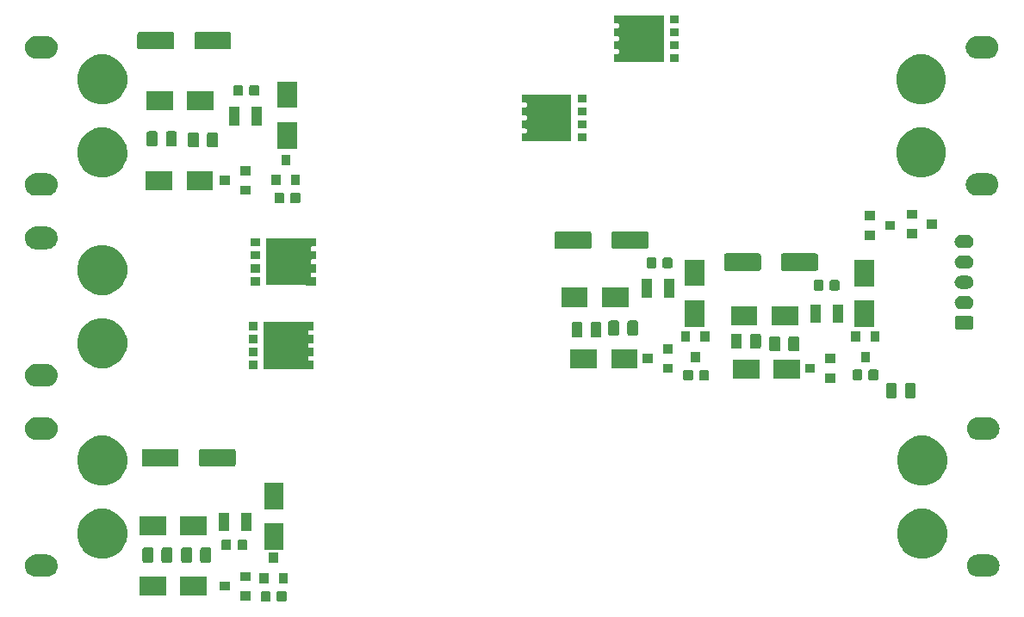
<source format=gbr>
G04 #@! TF.GenerationSoftware,KiCad,Pcbnew,5.0.1*
G04 #@! TF.CreationDate,2019-04-07T22:06:23+02:00*
G04 #@! TF.ProjectId,ppboard,7070626F6172642E6B696361645F7063,rev?*
G04 #@! TF.SameCoordinates,Original*
G04 #@! TF.FileFunction,Soldermask,Top*
G04 #@! TF.FilePolarity,Negative*
%FSLAX46Y46*%
G04 Gerber Fmt 4.6, Leading zero omitted, Abs format (unit mm)*
G04 Created by KiCad (PCBNEW 5.0.1) date Sun Apr  7 22:06:23 2019*
%MOMM*%
%LPD*%
G01*
G04 APERTURE LIST*
%ADD10C,0.100000*%
G04 APERTURE END LIST*
D10*
G36*
X119979591Y-93002085D02*
X120013569Y-93012393D01*
X120044887Y-93029133D01*
X120072339Y-93051661D01*
X120094867Y-93079113D01*
X120111607Y-93110431D01*
X120121915Y-93144409D01*
X120126000Y-93185890D01*
X120126000Y-93862110D01*
X120121915Y-93903591D01*
X120111607Y-93937569D01*
X120094867Y-93968887D01*
X120072339Y-93996339D01*
X120044887Y-94018867D01*
X120013569Y-94035607D01*
X119979591Y-94045915D01*
X119938110Y-94050000D01*
X119336890Y-94050000D01*
X119295409Y-94045915D01*
X119261431Y-94035607D01*
X119230113Y-94018867D01*
X119202661Y-93996339D01*
X119180133Y-93968887D01*
X119163393Y-93937569D01*
X119153085Y-93903591D01*
X119149000Y-93862110D01*
X119149000Y-93185890D01*
X119153085Y-93144409D01*
X119163393Y-93110431D01*
X119180133Y-93079113D01*
X119202661Y-93051661D01*
X119230113Y-93029133D01*
X119261431Y-93012393D01*
X119295409Y-93002085D01*
X119336890Y-92998000D01*
X119938110Y-92998000D01*
X119979591Y-93002085D01*
X119979591Y-93002085D01*
G37*
G36*
X118404591Y-93002085D02*
X118438569Y-93012393D01*
X118469887Y-93029133D01*
X118497339Y-93051661D01*
X118519867Y-93079113D01*
X118536607Y-93110431D01*
X118546915Y-93144409D01*
X118551000Y-93185890D01*
X118551000Y-93862110D01*
X118546915Y-93903591D01*
X118536607Y-93937569D01*
X118519867Y-93968887D01*
X118497339Y-93996339D01*
X118469887Y-94018867D01*
X118438569Y-94035607D01*
X118404591Y-94045915D01*
X118363110Y-94050000D01*
X117761890Y-94050000D01*
X117720409Y-94045915D01*
X117686431Y-94035607D01*
X117655113Y-94018867D01*
X117627661Y-93996339D01*
X117605133Y-93968887D01*
X117588393Y-93937569D01*
X117578085Y-93903591D01*
X117574000Y-93862110D01*
X117574000Y-93185890D01*
X117578085Y-93144409D01*
X117588393Y-93110431D01*
X117605133Y-93079113D01*
X117627661Y-93051661D01*
X117655113Y-93029133D01*
X117686431Y-93012393D01*
X117720409Y-93002085D01*
X117761890Y-92998000D01*
X118363110Y-92998000D01*
X118404591Y-93002085D01*
X118404591Y-93002085D01*
G37*
G36*
X116541000Y-93909000D02*
X115539000Y-93909000D01*
X115539000Y-93007000D01*
X116541000Y-93007000D01*
X116541000Y-93909000D01*
X116541000Y-93909000D01*
G37*
G36*
X112245000Y-93459000D02*
X109643000Y-93459000D01*
X109643000Y-91557000D01*
X112245000Y-91557000D01*
X112245000Y-93459000D01*
X112245000Y-93459000D01*
G37*
G36*
X108245000Y-93459000D02*
X105643000Y-93459000D01*
X105643000Y-91557000D01*
X108245000Y-91557000D01*
X108245000Y-93459000D01*
X108245000Y-93459000D01*
G37*
G36*
X114541000Y-92959000D02*
X113539000Y-92959000D01*
X113539000Y-92057000D01*
X114541000Y-92057000D01*
X114541000Y-92959000D01*
X114541000Y-92959000D01*
G37*
G36*
X120251000Y-92231000D02*
X119349000Y-92231000D01*
X119349000Y-91229000D01*
X120251000Y-91229000D01*
X120251000Y-92231000D01*
X120251000Y-92231000D01*
G37*
G36*
X118351000Y-92231000D02*
X117449000Y-92231000D01*
X117449000Y-91229000D01*
X118351000Y-91229000D01*
X118351000Y-92231000D01*
X118351000Y-92231000D01*
G37*
G36*
X116541000Y-92009000D02*
X115539000Y-92009000D01*
X115539000Y-91107000D01*
X116541000Y-91107000D01*
X116541000Y-92009000D01*
X116541000Y-92009000D01*
G37*
G36*
X96715830Y-89414930D02*
X96715833Y-89414931D01*
X96715834Y-89414931D01*
X96923373Y-89477887D01*
X96923375Y-89477888D01*
X97114644Y-89580123D01*
X97282291Y-89717709D01*
X97419877Y-89885356D01*
X97505095Y-90044788D01*
X97522113Y-90076627D01*
X97562874Y-90211000D01*
X97585070Y-90284170D01*
X97606327Y-90500000D01*
X97585070Y-90715830D01*
X97522112Y-90923375D01*
X97419877Y-91114644D01*
X97282291Y-91282291D01*
X97114644Y-91419877D01*
X96923375Y-91522112D01*
X96923373Y-91522113D01*
X96715834Y-91585069D01*
X96715833Y-91585069D01*
X96715830Y-91585070D01*
X96554089Y-91601000D01*
X95445911Y-91601000D01*
X95284170Y-91585070D01*
X95284167Y-91585069D01*
X95284166Y-91585069D01*
X95076627Y-91522113D01*
X95076625Y-91522112D01*
X94885356Y-91419877D01*
X94717709Y-91282291D01*
X94580123Y-91114644D01*
X94477888Y-90923375D01*
X94414930Y-90715830D01*
X94393673Y-90500000D01*
X94414930Y-90284170D01*
X94437126Y-90211000D01*
X94477887Y-90076627D01*
X94494905Y-90044788D01*
X94580123Y-89885356D01*
X94717709Y-89717709D01*
X94885356Y-89580123D01*
X95076625Y-89477888D01*
X95076627Y-89477887D01*
X95284166Y-89414931D01*
X95284167Y-89414931D01*
X95284170Y-89414930D01*
X95445911Y-89399000D01*
X96554089Y-89399000D01*
X96715830Y-89414930D01*
X96715830Y-89414930D01*
G37*
G36*
X189315830Y-89414930D02*
X189315833Y-89414931D01*
X189315834Y-89414931D01*
X189523373Y-89477887D01*
X189523375Y-89477888D01*
X189714644Y-89580123D01*
X189882291Y-89717709D01*
X190019877Y-89885356D01*
X190105095Y-90044788D01*
X190122113Y-90076627D01*
X190162874Y-90211000D01*
X190185070Y-90284170D01*
X190206327Y-90500000D01*
X190185070Y-90715830D01*
X190122112Y-90923375D01*
X190019877Y-91114644D01*
X189882291Y-91282291D01*
X189714644Y-91419877D01*
X189523375Y-91522112D01*
X189523373Y-91522113D01*
X189315834Y-91585069D01*
X189315833Y-91585069D01*
X189315830Y-91585070D01*
X189154089Y-91601000D01*
X188045911Y-91601000D01*
X187884170Y-91585070D01*
X187884167Y-91585069D01*
X187884166Y-91585069D01*
X187676627Y-91522113D01*
X187676625Y-91522112D01*
X187485356Y-91419877D01*
X187317709Y-91282291D01*
X187180123Y-91114644D01*
X187077888Y-90923375D01*
X187014930Y-90715830D01*
X186993673Y-90500000D01*
X187014930Y-90284170D01*
X187037126Y-90211000D01*
X187077887Y-90076627D01*
X187094905Y-90044788D01*
X187180123Y-89885356D01*
X187317709Y-89717709D01*
X187485356Y-89580123D01*
X187676625Y-89477888D01*
X187676627Y-89477887D01*
X187884166Y-89414931D01*
X187884167Y-89414931D01*
X187884170Y-89414930D01*
X188045911Y-89399000D01*
X189154089Y-89399000D01*
X189315830Y-89414930D01*
X189315830Y-89414930D01*
G37*
G36*
X119301000Y-90231000D02*
X118399000Y-90231000D01*
X118399000Y-89229000D01*
X119301000Y-89229000D01*
X119301000Y-90231000D01*
X119301000Y-90231000D01*
G37*
G36*
X112539466Y-88713565D02*
X112578137Y-88725296D01*
X112613779Y-88744348D01*
X112645017Y-88769983D01*
X112670652Y-88801221D01*
X112689704Y-88836863D01*
X112701435Y-88875534D01*
X112706000Y-88921888D01*
X112706000Y-89998112D01*
X112701435Y-90044466D01*
X112689704Y-90083137D01*
X112670652Y-90118779D01*
X112645017Y-90150017D01*
X112613779Y-90175652D01*
X112578137Y-90194704D01*
X112539466Y-90206435D01*
X112493112Y-90211000D01*
X111841888Y-90211000D01*
X111795534Y-90206435D01*
X111756863Y-90194704D01*
X111721221Y-90175652D01*
X111689983Y-90150017D01*
X111664348Y-90118779D01*
X111645296Y-90083137D01*
X111633565Y-90044466D01*
X111629000Y-89998112D01*
X111629000Y-88921888D01*
X111633565Y-88875534D01*
X111645296Y-88836863D01*
X111664348Y-88801221D01*
X111689983Y-88769983D01*
X111721221Y-88744348D01*
X111756863Y-88725296D01*
X111795534Y-88713565D01*
X111841888Y-88709000D01*
X112493112Y-88709000D01*
X112539466Y-88713565D01*
X112539466Y-88713565D01*
G37*
G36*
X110664466Y-88713565D02*
X110703137Y-88725296D01*
X110738779Y-88744348D01*
X110770017Y-88769983D01*
X110795652Y-88801221D01*
X110814704Y-88836863D01*
X110826435Y-88875534D01*
X110831000Y-88921888D01*
X110831000Y-89998112D01*
X110826435Y-90044466D01*
X110814704Y-90083137D01*
X110795652Y-90118779D01*
X110770017Y-90150017D01*
X110738779Y-90175652D01*
X110703137Y-90194704D01*
X110664466Y-90206435D01*
X110618112Y-90211000D01*
X109966888Y-90211000D01*
X109920534Y-90206435D01*
X109881863Y-90194704D01*
X109846221Y-90175652D01*
X109814983Y-90150017D01*
X109789348Y-90118779D01*
X109770296Y-90083137D01*
X109758565Y-90044466D01*
X109754000Y-89998112D01*
X109754000Y-88921888D01*
X109758565Y-88875534D01*
X109770296Y-88836863D01*
X109789348Y-88801221D01*
X109814983Y-88769983D01*
X109846221Y-88744348D01*
X109881863Y-88725296D01*
X109920534Y-88713565D01*
X109966888Y-88709000D01*
X110618112Y-88709000D01*
X110664466Y-88713565D01*
X110664466Y-88713565D01*
G37*
G36*
X108729466Y-88713565D02*
X108768137Y-88725296D01*
X108803779Y-88744348D01*
X108835017Y-88769983D01*
X108860652Y-88801221D01*
X108879704Y-88836863D01*
X108891435Y-88875534D01*
X108896000Y-88921888D01*
X108896000Y-89998112D01*
X108891435Y-90044466D01*
X108879704Y-90083137D01*
X108860652Y-90118779D01*
X108835017Y-90150017D01*
X108803779Y-90175652D01*
X108768137Y-90194704D01*
X108729466Y-90206435D01*
X108683112Y-90211000D01*
X108031888Y-90211000D01*
X107985534Y-90206435D01*
X107946863Y-90194704D01*
X107911221Y-90175652D01*
X107879983Y-90150017D01*
X107854348Y-90118779D01*
X107835296Y-90083137D01*
X107823565Y-90044466D01*
X107819000Y-89998112D01*
X107819000Y-88921888D01*
X107823565Y-88875534D01*
X107835296Y-88836863D01*
X107854348Y-88801221D01*
X107879983Y-88769983D01*
X107911221Y-88744348D01*
X107946863Y-88725296D01*
X107985534Y-88713565D01*
X108031888Y-88709000D01*
X108683112Y-88709000D01*
X108729466Y-88713565D01*
X108729466Y-88713565D01*
G37*
G36*
X106854466Y-88713565D02*
X106893137Y-88725296D01*
X106928779Y-88744348D01*
X106960017Y-88769983D01*
X106985652Y-88801221D01*
X107004704Y-88836863D01*
X107016435Y-88875534D01*
X107021000Y-88921888D01*
X107021000Y-89998112D01*
X107016435Y-90044466D01*
X107004704Y-90083137D01*
X106985652Y-90118779D01*
X106960017Y-90150017D01*
X106928779Y-90175652D01*
X106893137Y-90194704D01*
X106854466Y-90206435D01*
X106808112Y-90211000D01*
X106156888Y-90211000D01*
X106110534Y-90206435D01*
X106071863Y-90194704D01*
X106036221Y-90175652D01*
X106004983Y-90150017D01*
X105979348Y-90118779D01*
X105960296Y-90083137D01*
X105948565Y-90044466D01*
X105944000Y-89998112D01*
X105944000Y-88921888D01*
X105948565Y-88875534D01*
X105960296Y-88836863D01*
X105979348Y-88801221D01*
X106004983Y-88769983D01*
X106036221Y-88744348D01*
X106071863Y-88725296D01*
X106110534Y-88713565D01*
X106156888Y-88709000D01*
X106808112Y-88709000D01*
X106854466Y-88713565D01*
X106854466Y-88713565D01*
G37*
G36*
X102714927Y-84993190D02*
X102714929Y-84993191D01*
X102714930Y-84993191D01*
X103160984Y-85177952D01*
X103414905Y-85347617D01*
X103562424Y-85446186D01*
X103903814Y-85787576D01*
X103903816Y-85787579D01*
X104172048Y-86189016D01*
X104238315Y-86349000D01*
X104356810Y-86635073D01*
X104451000Y-87108596D01*
X104451000Y-87591404D01*
X104363672Y-88030431D01*
X104356809Y-88064930D01*
X104172048Y-88510984D01*
X103966091Y-88819220D01*
X103903814Y-88912424D01*
X103562424Y-89253814D01*
X103562421Y-89253816D01*
X103160984Y-89522048D01*
X102714930Y-89706809D01*
X102714929Y-89706809D01*
X102714927Y-89706810D01*
X102241404Y-89801000D01*
X101758596Y-89801000D01*
X101285073Y-89706810D01*
X101285071Y-89706809D01*
X101285070Y-89706809D01*
X100839016Y-89522048D01*
X100437579Y-89253816D01*
X100437576Y-89253814D01*
X100096186Y-88912424D01*
X100033909Y-88819220D01*
X99827952Y-88510984D01*
X99643191Y-88064930D01*
X99636329Y-88030431D01*
X99549000Y-87591404D01*
X99549000Y-87108596D01*
X99643190Y-86635073D01*
X99761685Y-86349000D01*
X99827952Y-86189016D01*
X100096184Y-85787579D01*
X100096186Y-85787576D01*
X100437576Y-85446186D01*
X100585095Y-85347617D01*
X100839016Y-85177952D01*
X101285070Y-84993191D01*
X101285071Y-84993191D01*
X101285073Y-84993190D01*
X101758596Y-84899000D01*
X102241404Y-84899000D01*
X102714927Y-84993190D01*
X102714927Y-84993190D01*
G37*
G36*
X183314927Y-84993190D02*
X183314929Y-84993191D01*
X183314930Y-84993191D01*
X183760984Y-85177952D01*
X184014905Y-85347617D01*
X184162424Y-85446186D01*
X184503814Y-85787576D01*
X184503816Y-85787579D01*
X184772048Y-86189016D01*
X184838315Y-86349000D01*
X184956810Y-86635073D01*
X185051000Y-87108596D01*
X185051000Y-87591404D01*
X184963672Y-88030431D01*
X184956809Y-88064930D01*
X184772048Y-88510984D01*
X184566091Y-88819220D01*
X184503814Y-88912424D01*
X184162424Y-89253814D01*
X184162421Y-89253816D01*
X183760984Y-89522048D01*
X183314930Y-89706809D01*
X183314929Y-89706809D01*
X183314927Y-89706810D01*
X182841404Y-89801000D01*
X182358596Y-89801000D01*
X181885073Y-89706810D01*
X181885071Y-89706809D01*
X181885070Y-89706809D01*
X181439016Y-89522048D01*
X181037579Y-89253816D01*
X181037576Y-89253814D01*
X180696186Y-88912424D01*
X180633909Y-88819220D01*
X180427952Y-88510984D01*
X180243191Y-88064930D01*
X180236329Y-88030431D01*
X180149000Y-87591404D01*
X180149000Y-87108596D01*
X180243190Y-86635073D01*
X180361685Y-86349000D01*
X180427952Y-86189016D01*
X180696184Y-85787579D01*
X180696186Y-85787576D01*
X181037576Y-85446186D01*
X181185095Y-85347617D01*
X181439016Y-85177952D01*
X181885070Y-84993191D01*
X181885071Y-84993191D01*
X181885073Y-84993190D01*
X182358596Y-84899000D01*
X182841404Y-84899000D01*
X183314927Y-84993190D01*
X183314927Y-84993190D01*
G37*
G36*
X116106091Y-87922085D02*
X116140069Y-87932393D01*
X116171387Y-87949133D01*
X116198839Y-87971661D01*
X116221367Y-87999113D01*
X116238107Y-88030431D01*
X116248415Y-88064409D01*
X116252500Y-88105890D01*
X116252500Y-88782110D01*
X116248415Y-88823591D01*
X116238107Y-88857569D01*
X116221367Y-88888887D01*
X116198839Y-88916339D01*
X116171387Y-88938867D01*
X116140069Y-88955607D01*
X116106091Y-88965915D01*
X116064610Y-88970000D01*
X115463390Y-88970000D01*
X115421909Y-88965915D01*
X115387931Y-88955607D01*
X115356613Y-88938867D01*
X115329161Y-88916339D01*
X115306633Y-88888887D01*
X115289893Y-88857569D01*
X115279585Y-88823591D01*
X115275500Y-88782110D01*
X115275500Y-88105890D01*
X115279585Y-88064409D01*
X115289893Y-88030431D01*
X115306633Y-87999113D01*
X115329161Y-87971661D01*
X115356613Y-87949133D01*
X115387931Y-87932393D01*
X115421909Y-87922085D01*
X115463390Y-87918000D01*
X116064610Y-87918000D01*
X116106091Y-87922085D01*
X116106091Y-87922085D01*
G37*
G36*
X114531091Y-87922085D02*
X114565069Y-87932393D01*
X114596387Y-87949133D01*
X114623839Y-87971661D01*
X114646367Y-87999113D01*
X114663107Y-88030431D01*
X114673415Y-88064409D01*
X114677500Y-88105890D01*
X114677500Y-88782110D01*
X114673415Y-88823591D01*
X114663107Y-88857569D01*
X114646367Y-88888887D01*
X114623839Y-88916339D01*
X114596387Y-88938867D01*
X114565069Y-88955607D01*
X114531091Y-88965915D01*
X114489610Y-88970000D01*
X113888390Y-88970000D01*
X113846909Y-88965915D01*
X113812931Y-88955607D01*
X113781613Y-88938867D01*
X113754161Y-88916339D01*
X113731633Y-88888887D01*
X113714893Y-88857569D01*
X113704585Y-88823591D01*
X113700500Y-88782110D01*
X113700500Y-88105890D01*
X113704585Y-88064409D01*
X113714893Y-88030431D01*
X113731633Y-87999113D01*
X113754161Y-87971661D01*
X113781613Y-87949133D01*
X113812931Y-87932393D01*
X113846909Y-87922085D01*
X113888390Y-87918000D01*
X114489610Y-87918000D01*
X114531091Y-87922085D01*
X114531091Y-87922085D01*
G37*
G36*
X119801000Y-88951000D02*
X117899000Y-88951000D01*
X117899000Y-86349000D01*
X119801000Y-86349000D01*
X119801000Y-88951000D01*
X119801000Y-88951000D01*
G37*
G36*
X112253000Y-87525000D02*
X109651000Y-87525000D01*
X109651000Y-85623000D01*
X112253000Y-85623000D01*
X112253000Y-87525000D01*
X112253000Y-87525000D01*
G37*
G36*
X108253000Y-87525000D02*
X105651000Y-87525000D01*
X105651000Y-85623000D01*
X108253000Y-85623000D01*
X108253000Y-87525000D01*
X108253000Y-87525000D01*
G37*
G36*
X116641000Y-87075000D02*
X115639000Y-87075000D01*
X115639000Y-85273000D01*
X116641000Y-85273000D01*
X116641000Y-87075000D01*
X116641000Y-87075000D01*
G37*
G36*
X114441000Y-87075000D02*
X113439000Y-87075000D01*
X113439000Y-85273000D01*
X114441000Y-85273000D01*
X114441000Y-87075000D01*
X114441000Y-87075000D01*
G37*
G36*
X119801000Y-84951000D02*
X117899000Y-84951000D01*
X117899000Y-82349000D01*
X119801000Y-82349000D01*
X119801000Y-84951000D01*
X119801000Y-84951000D01*
G37*
G36*
X102714927Y-77793190D02*
X102714929Y-77793191D01*
X102714930Y-77793191D01*
X103160984Y-77977952D01*
X103414905Y-78147617D01*
X103562424Y-78246186D01*
X103903814Y-78587576D01*
X103903816Y-78587579D01*
X104172048Y-78989016D01*
X104356809Y-79435070D01*
X104356810Y-79435073D01*
X104451000Y-79908596D01*
X104451000Y-80391404D01*
X104385660Y-80719890D01*
X104356809Y-80864930D01*
X104172048Y-81310984D01*
X103982018Y-81595383D01*
X103903814Y-81712424D01*
X103562424Y-82053814D01*
X103562421Y-82053816D01*
X103160984Y-82322048D01*
X102714930Y-82506809D01*
X102714929Y-82506809D01*
X102714927Y-82506810D01*
X102241404Y-82601000D01*
X101758596Y-82601000D01*
X101285073Y-82506810D01*
X101285071Y-82506809D01*
X101285070Y-82506809D01*
X100839016Y-82322048D01*
X100437579Y-82053816D01*
X100437576Y-82053814D01*
X100096186Y-81712424D01*
X100017982Y-81595383D01*
X99827952Y-81310984D01*
X99643191Y-80864930D01*
X99614341Y-80719890D01*
X99549000Y-80391404D01*
X99549000Y-79908596D01*
X99643190Y-79435073D01*
X99643191Y-79435070D01*
X99827952Y-78989016D01*
X100096184Y-78587579D01*
X100096186Y-78587576D01*
X100437576Y-78246186D01*
X100585095Y-78147617D01*
X100839016Y-77977952D01*
X101285070Y-77793191D01*
X101285071Y-77793191D01*
X101285073Y-77793190D01*
X101758596Y-77699000D01*
X102241404Y-77699000D01*
X102714927Y-77793190D01*
X102714927Y-77793190D01*
G37*
G36*
X183314927Y-77793190D02*
X183314929Y-77793191D01*
X183314930Y-77793191D01*
X183760984Y-77977952D01*
X184014905Y-78147617D01*
X184162424Y-78246186D01*
X184503814Y-78587576D01*
X184503816Y-78587579D01*
X184772048Y-78989016D01*
X184956809Y-79435070D01*
X184956810Y-79435073D01*
X185051000Y-79908596D01*
X185051000Y-80391404D01*
X184985660Y-80719890D01*
X184956809Y-80864930D01*
X184772048Y-81310984D01*
X184582018Y-81595383D01*
X184503814Y-81712424D01*
X184162424Y-82053814D01*
X184162421Y-82053816D01*
X183760984Y-82322048D01*
X183314930Y-82506809D01*
X183314929Y-82506809D01*
X183314927Y-82506810D01*
X182841404Y-82601000D01*
X182358596Y-82601000D01*
X181885073Y-82506810D01*
X181885071Y-82506809D01*
X181885070Y-82506809D01*
X181439016Y-82322048D01*
X181037579Y-82053816D01*
X181037576Y-82053814D01*
X180696186Y-81712424D01*
X180617982Y-81595383D01*
X180427952Y-81310984D01*
X180243191Y-80864930D01*
X180214341Y-80719890D01*
X180149000Y-80391404D01*
X180149000Y-79908596D01*
X180243190Y-79435073D01*
X180243191Y-79435070D01*
X180427952Y-78989016D01*
X180696184Y-78587579D01*
X180696186Y-78587576D01*
X181037576Y-78246186D01*
X181185095Y-78147617D01*
X181439016Y-77977952D01*
X181885070Y-77793191D01*
X181885071Y-77793191D01*
X181885073Y-77793190D01*
X182358596Y-77699000D01*
X182841404Y-77699000D01*
X183314927Y-77793190D01*
X183314927Y-77793190D01*
G37*
G36*
X109357996Y-79027051D02*
X109391653Y-79037261D01*
X109422667Y-79053838D01*
X109449852Y-79076148D01*
X109472162Y-79103333D01*
X109488739Y-79134347D01*
X109498949Y-79168004D01*
X109503000Y-79209138D01*
X109503000Y-80538862D01*
X109498949Y-80579996D01*
X109488739Y-80613653D01*
X109472162Y-80644667D01*
X109449852Y-80671852D01*
X109422667Y-80694162D01*
X109391653Y-80710739D01*
X109357996Y-80720949D01*
X109316862Y-80725000D01*
X106087138Y-80725000D01*
X106046004Y-80720949D01*
X106012347Y-80710739D01*
X105981333Y-80694162D01*
X105954148Y-80671852D01*
X105931838Y-80644667D01*
X105915261Y-80613653D01*
X105905051Y-80579996D01*
X105901000Y-80538862D01*
X105901000Y-79209138D01*
X105905051Y-79168004D01*
X105915261Y-79134347D01*
X105931838Y-79103333D01*
X105954148Y-79076148D01*
X105981333Y-79053838D01*
X106012347Y-79037261D01*
X106046004Y-79027051D01*
X106087138Y-79023000D01*
X109316862Y-79023000D01*
X109357996Y-79027051D01*
X109357996Y-79027051D01*
G37*
G36*
X114957996Y-79027051D02*
X114991653Y-79037261D01*
X115022667Y-79053838D01*
X115049852Y-79076148D01*
X115072162Y-79103333D01*
X115088739Y-79134347D01*
X115098949Y-79168004D01*
X115103000Y-79209138D01*
X115103000Y-80538862D01*
X115098949Y-80579996D01*
X115088739Y-80613653D01*
X115072162Y-80644667D01*
X115049852Y-80671852D01*
X115022667Y-80694162D01*
X114991653Y-80710739D01*
X114957996Y-80720949D01*
X114916862Y-80725000D01*
X111687138Y-80725000D01*
X111646004Y-80720949D01*
X111612347Y-80710739D01*
X111581333Y-80694162D01*
X111554148Y-80671852D01*
X111531838Y-80644667D01*
X111515261Y-80613653D01*
X111505051Y-80579996D01*
X111501000Y-80538862D01*
X111501000Y-79209138D01*
X111505051Y-79168004D01*
X111515261Y-79134347D01*
X111531838Y-79103333D01*
X111554148Y-79076148D01*
X111581333Y-79053838D01*
X111612347Y-79037261D01*
X111646004Y-79027051D01*
X111687138Y-79023000D01*
X114916862Y-79023000D01*
X114957996Y-79027051D01*
X114957996Y-79027051D01*
G37*
G36*
X96715830Y-75914930D02*
X96715833Y-75914931D01*
X96715834Y-75914931D01*
X96923373Y-75977887D01*
X96923375Y-75977888D01*
X97114644Y-76080123D01*
X97282291Y-76217709D01*
X97419877Y-76385356D01*
X97522112Y-76576625D01*
X97585070Y-76784170D01*
X97606327Y-77000000D01*
X97585070Y-77215830D01*
X97522112Y-77423375D01*
X97419877Y-77614644D01*
X97282291Y-77782291D01*
X97114644Y-77919877D01*
X96923375Y-78022112D01*
X96923373Y-78022113D01*
X96715834Y-78085069D01*
X96715833Y-78085069D01*
X96715830Y-78085070D01*
X96554089Y-78101000D01*
X95445911Y-78101000D01*
X95284170Y-78085070D01*
X95284167Y-78085069D01*
X95284166Y-78085069D01*
X95076627Y-78022113D01*
X95076625Y-78022112D01*
X94885356Y-77919877D01*
X94717709Y-77782291D01*
X94580123Y-77614644D01*
X94477888Y-77423375D01*
X94414930Y-77215830D01*
X94393673Y-77000000D01*
X94414930Y-76784170D01*
X94477888Y-76576625D01*
X94580123Y-76385356D01*
X94717709Y-76217709D01*
X94885356Y-76080123D01*
X95076625Y-75977888D01*
X95076627Y-75977887D01*
X95284166Y-75914931D01*
X95284167Y-75914931D01*
X95284170Y-75914930D01*
X95445911Y-75899000D01*
X96554089Y-75899000D01*
X96715830Y-75914930D01*
X96715830Y-75914930D01*
G37*
G36*
X189315830Y-75914930D02*
X189315833Y-75914931D01*
X189315834Y-75914931D01*
X189523373Y-75977887D01*
X189523375Y-75977888D01*
X189714644Y-76080123D01*
X189882291Y-76217709D01*
X190019877Y-76385356D01*
X190122112Y-76576625D01*
X190185070Y-76784170D01*
X190206327Y-77000000D01*
X190185070Y-77215830D01*
X190122112Y-77423375D01*
X190019877Y-77614644D01*
X189882291Y-77782291D01*
X189714644Y-77919877D01*
X189523375Y-78022112D01*
X189523373Y-78022113D01*
X189315834Y-78085069D01*
X189315833Y-78085069D01*
X189315830Y-78085070D01*
X189154089Y-78101000D01*
X188045911Y-78101000D01*
X187884170Y-78085070D01*
X187884167Y-78085069D01*
X187884166Y-78085069D01*
X187676627Y-78022113D01*
X187676625Y-78022112D01*
X187485356Y-77919877D01*
X187317709Y-77782291D01*
X187180123Y-77614644D01*
X187077888Y-77423375D01*
X187014930Y-77215830D01*
X186993673Y-77000000D01*
X187014930Y-76784170D01*
X187077888Y-76576625D01*
X187180123Y-76385356D01*
X187317709Y-76217709D01*
X187485356Y-76080123D01*
X187676625Y-75977888D01*
X187676627Y-75977887D01*
X187884166Y-75914931D01*
X187884167Y-75914931D01*
X187884170Y-75914930D01*
X188045911Y-75899000D01*
X189154089Y-75899000D01*
X189315830Y-75914930D01*
X189315830Y-75914930D01*
G37*
G36*
X181817966Y-72521065D02*
X181856637Y-72532796D01*
X181892279Y-72551848D01*
X181923517Y-72577483D01*
X181949152Y-72608721D01*
X181968204Y-72644363D01*
X181979935Y-72683034D01*
X181984500Y-72729388D01*
X181984500Y-73805612D01*
X181979935Y-73851966D01*
X181968204Y-73890637D01*
X181949152Y-73926279D01*
X181923517Y-73957517D01*
X181892279Y-73983152D01*
X181856637Y-74002204D01*
X181817966Y-74013935D01*
X181771612Y-74018500D01*
X181120388Y-74018500D01*
X181074034Y-74013935D01*
X181035363Y-74002204D01*
X180999721Y-73983152D01*
X180968483Y-73957517D01*
X180942848Y-73926279D01*
X180923796Y-73890637D01*
X180912065Y-73851966D01*
X180907500Y-73805612D01*
X180907500Y-72729388D01*
X180912065Y-72683034D01*
X180923796Y-72644363D01*
X180942848Y-72608721D01*
X180968483Y-72577483D01*
X180999721Y-72551848D01*
X181035363Y-72532796D01*
X181074034Y-72521065D01*
X181120388Y-72516500D01*
X181771612Y-72516500D01*
X181817966Y-72521065D01*
X181817966Y-72521065D01*
G37*
G36*
X179942966Y-72521065D02*
X179981637Y-72532796D01*
X180017279Y-72551848D01*
X180048517Y-72577483D01*
X180074152Y-72608721D01*
X180093204Y-72644363D01*
X180104935Y-72683034D01*
X180109500Y-72729388D01*
X180109500Y-73805612D01*
X180104935Y-73851966D01*
X180093204Y-73890637D01*
X180074152Y-73926279D01*
X180048517Y-73957517D01*
X180017279Y-73983152D01*
X179981637Y-74002204D01*
X179942966Y-74013935D01*
X179896612Y-74018500D01*
X179245388Y-74018500D01*
X179199034Y-74013935D01*
X179160363Y-74002204D01*
X179124721Y-73983152D01*
X179093483Y-73957517D01*
X179067848Y-73926279D01*
X179048796Y-73890637D01*
X179037065Y-73851966D01*
X179032500Y-73805612D01*
X179032500Y-72729388D01*
X179037065Y-72683034D01*
X179048796Y-72644363D01*
X179067848Y-72608721D01*
X179093483Y-72577483D01*
X179124721Y-72551848D01*
X179160363Y-72532796D01*
X179199034Y-72521065D01*
X179245388Y-72516500D01*
X179896612Y-72516500D01*
X179942966Y-72521065D01*
X179942966Y-72521065D01*
G37*
G36*
X96715830Y-70664930D02*
X96715833Y-70664931D01*
X96715834Y-70664931D01*
X96923373Y-70727887D01*
X96923375Y-70727888D01*
X97114644Y-70830123D01*
X97282291Y-70967709D01*
X97419877Y-71135356D01*
X97502623Y-71290164D01*
X97522113Y-71326627D01*
X97572657Y-71493250D01*
X97585070Y-71534170D01*
X97606327Y-71750000D01*
X97585070Y-71965830D01*
X97585069Y-71965833D01*
X97585069Y-71965834D01*
X97532671Y-72138569D01*
X97522112Y-72173375D01*
X97419877Y-72364644D01*
X97282291Y-72532291D01*
X97114644Y-72669877D01*
X96996133Y-72733222D01*
X96923373Y-72772113D01*
X96715834Y-72835069D01*
X96715833Y-72835069D01*
X96715830Y-72835070D01*
X96554089Y-72851000D01*
X95445911Y-72851000D01*
X95284170Y-72835070D01*
X95284167Y-72835069D01*
X95284166Y-72835069D01*
X95076627Y-72772113D01*
X95003867Y-72733222D01*
X94885356Y-72669877D01*
X94717709Y-72532291D01*
X94580123Y-72364644D01*
X94477888Y-72173375D01*
X94467330Y-72138569D01*
X94414931Y-71965834D01*
X94414931Y-71965833D01*
X94414930Y-71965830D01*
X94393673Y-71750000D01*
X94414930Y-71534170D01*
X94427343Y-71493250D01*
X94477887Y-71326627D01*
X94497377Y-71290164D01*
X94580123Y-71135356D01*
X94717709Y-70967709D01*
X94885356Y-70830123D01*
X95076625Y-70727888D01*
X95076627Y-70727887D01*
X95284166Y-70664931D01*
X95284167Y-70664931D01*
X95284170Y-70664930D01*
X95445911Y-70649000D01*
X96554089Y-70649000D01*
X96715830Y-70664930D01*
X96715830Y-70664930D01*
G37*
G36*
X174076000Y-72476000D02*
X173074000Y-72476000D01*
X173074000Y-71574000D01*
X174076000Y-71574000D01*
X174076000Y-72476000D01*
X174076000Y-72476000D01*
G37*
G36*
X161504591Y-71253085D02*
X161538569Y-71263393D01*
X161569887Y-71280133D01*
X161597339Y-71302661D01*
X161619867Y-71330113D01*
X161636607Y-71361431D01*
X161646915Y-71395409D01*
X161651000Y-71436890D01*
X161651000Y-72113110D01*
X161646915Y-72154591D01*
X161636607Y-72188569D01*
X161619867Y-72219887D01*
X161597339Y-72247339D01*
X161569887Y-72269867D01*
X161538569Y-72286607D01*
X161504591Y-72296915D01*
X161463110Y-72301000D01*
X160861890Y-72301000D01*
X160820409Y-72296915D01*
X160786431Y-72286607D01*
X160755113Y-72269867D01*
X160727661Y-72247339D01*
X160705133Y-72219887D01*
X160688393Y-72188569D01*
X160678085Y-72154591D01*
X160674000Y-72113110D01*
X160674000Y-71436890D01*
X160678085Y-71395409D01*
X160688393Y-71361431D01*
X160705133Y-71330113D01*
X160727661Y-71302661D01*
X160755113Y-71280133D01*
X160786431Y-71263393D01*
X160820409Y-71253085D01*
X160861890Y-71249000D01*
X161463110Y-71249000D01*
X161504591Y-71253085D01*
X161504591Y-71253085D01*
G37*
G36*
X159929591Y-71253085D02*
X159963569Y-71263393D01*
X159994887Y-71280133D01*
X160022339Y-71302661D01*
X160044867Y-71330113D01*
X160061607Y-71361431D01*
X160071915Y-71395409D01*
X160076000Y-71436890D01*
X160076000Y-72113110D01*
X160071915Y-72154591D01*
X160061607Y-72188569D01*
X160044867Y-72219887D01*
X160022339Y-72247339D01*
X159994887Y-72269867D01*
X159963569Y-72286607D01*
X159929591Y-72296915D01*
X159888110Y-72301000D01*
X159286890Y-72301000D01*
X159245409Y-72296915D01*
X159211431Y-72286607D01*
X159180113Y-72269867D01*
X159152661Y-72247339D01*
X159130133Y-72219887D01*
X159113393Y-72188569D01*
X159103085Y-72154591D01*
X159099000Y-72113110D01*
X159099000Y-71436890D01*
X159103085Y-71395409D01*
X159113393Y-71361431D01*
X159130133Y-71330113D01*
X159152661Y-71302661D01*
X159180113Y-71280133D01*
X159211431Y-71263393D01*
X159245409Y-71253085D01*
X159286890Y-71249000D01*
X159888110Y-71249000D01*
X159929591Y-71253085D01*
X159929591Y-71253085D01*
G37*
G36*
X178154591Y-71203085D02*
X178188569Y-71213393D01*
X178219887Y-71230133D01*
X178247339Y-71252661D01*
X178269867Y-71280113D01*
X178286607Y-71311431D01*
X178296915Y-71345409D01*
X178301000Y-71386890D01*
X178301000Y-72063110D01*
X178296915Y-72104591D01*
X178286607Y-72138569D01*
X178269867Y-72169887D01*
X178247339Y-72197339D01*
X178219887Y-72219867D01*
X178188569Y-72236607D01*
X178154591Y-72246915D01*
X178113110Y-72251000D01*
X177511890Y-72251000D01*
X177470409Y-72246915D01*
X177436431Y-72236607D01*
X177405113Y-72219867D01*
X177377661Y-72197339D01*
X177355133Y-72169887D01*
X177338393Y-72138569D01*
X177328085Y-72104591D01*
X177324000Y-72063110D01*
X177324000Y-71386890D01*
X177328085Y-71345409D01*
X177338393Y-71311431D01*
X177355133Y-71280113D01*
X177377661Y-71252661D01*
X177405113Y-71230133D01*
X177436431Y-71213393D01*
X177470409Y-71203085D01*
X177511890Y-71199000D01*
X178113110Y-71199000D01*
X178154591Y-71203085D01*
X178154591Y-71203085D01*
G37*
G36*
X176579591Y-71203085D02*
X176613569Y-71213393D01*
X176644887Y-71230133D01*
X176672339Y-71252661D01*
X176694867Y-71280113D01*
X176711607Y-71311431D01*
X176721915Y-71345409D01*
X176726000Y-71386890D01*
X176726000Y-72063110D01*
X176721915Y-72104591D01*
X176711607Y-72138569D01*
X176694867Y-72169887D01*
X176672339Y-72197339D01*
X176644887Y-72219867D01*
X176613569Y-72236607D01*
X176579591Y-72246915D01*
X176538110Y-72251000D01*
X175936890Y-72251000D01*
X175895409Y-72246915D01*
X175861431Y-72236607D01*
X175830113Y-72219867D01*
X175802661Y-72197339D01*
X175780133Y-72169887D01*
X175763393Y-72138569D01*
X175753085Y-72104591D01*
X175749000Y-72063110D01*
X175749000Y-71386890D01*
X175753085Y-71345409D01*
X175763393Y-71311431D01*
X175780133Y-71280113D01*
X175802661Y-71252661D01*
X175830113Y-71230133D01*
X175861431Y-71213393D01*
X175895409Y-71203085D01*
X175936890Y-71199000D01*
X176538110Y-71199000D01*
X176579591Y-71203085D01*
X176579591Y-71203085D01*
G37*
G36*
X170601000Y-72101000D02*
X167999000Y-72101000D01*
X167999000Y-70199000D01*
X170601000Y-70199000D01*
X170601000Y-72101000D01*
X170601000Y-72101000D01*
G37*
G36*
X166601000Y-72101000D02*
X163999000Y-72101000D01*
X163999000Y-70199000D01*
X166601000Y-70199000D01*
X166601000Y-72101000D01*
X166601000Y-72101000D01*
G37*
G36*
X172076000Y-71526000D02*
X171074000Y-71526000D01*
X171074000Y-70624000D01*
X172076000Y-70624000D01*
X172076000Y-71526000D01*
X172076000Y-71526000D01*
G37*
G36*
X158101000Y-71526000D02*
X157099000Y-71526000D01*
X157099000Y-70624000D01*
X158101000Y-70624000D01*
X158101000Y-71526000D01*
X158101000Y-71526000D01*
G37*
G36*
X117276000Y-71136000D02*
X116374000Y-71136000D01*
X116374000Y-70334000D01*
X117276000Y-70334000D01*
X117276000Y-71136000D01*
X117276000Y-71136000D01*
G37*
G36*
X122776000Y-67316000D02*
X122396000Y-67316000D01*
X122371614Y-67318402D01*
X122348165Y-67325515D01*
X122326554Y-67337066D01*
X122307612Y-67352612D01*
X122292066Y-67371554D01*
X122280515Y-67393165D01*
X122273402Y-67416614D01*
X122271000Y-67441000D01*
X122271000Y-67659000D01*
X122273402Y-67683386D01*
X122280515Y-67706835D01*
X122292066Y-67728446D01*
X122307612Y-67747388D01*
X122326554Y-67762934D01*
X122348165Y-67774485D01*
X122371614Y-67781598D01*
X122396000Y-67784000D01*
X122776000Y-67784000D01*
X122776000Y-68586000D01*
X122396000Y-68586000D01*
X122371614Y-68588402D01*
X122348165Y-68595515D01*
X122326554Y-68607066D01*
X122307612Y-68622612D01*
X122292066Y-68641554D01*
X122280515Y-68663165D01*
X122273402Y-68686614D01*
X122271000Y-68711000D01*
X122271000Y-68939000D01*
X122273402Y-68963386D01*
X122280515Y-68986835D01*
X122292066Y-69008446D01*
X122307612Y-69027388D01*
X122326554Y-69042934D01*
X122348165Y-69054485D01*
X122371614Y-69061598D01*
X122396000Y-69064000D01*
X122776000Y-69064000D01*
X122776000Y-69866000D01*
X122396000Y-69866000D01*
X122371614Y-69868402D01*
X122348165Y-69875515D01*
X122326554Y-69887066D01*
X122307612Y-69902612D01*
X122292066Y-69921554D01*
X122280515Y-69943165D01*
X122273402Y-69966614D01*
X122271000Y-69991000D01*
X122271000Y-70209000D01*
X122273402Y-70233386D01*
X122280515Y-70256835D01*
X122292066Y-70278446D01*
X122307612Y-70297388D01*
X122326554Y-70312934D01*
X122348165Y-70324485D01*
X122371614Y-70331598D01*
X122396000Y-70334000D01*
X122776000Y-70334000D01*
X122776000Y-71136000D01*
X121797742Y-71136000D01*
X121796835Y-71135515D01*
X121773386Y-71128402D01*
X121749000Y-71126000D01*
X117879000Y-71126000D01*
X117879000Y-66524000D01*
X121749000Y-66524000D01*
X121773386Y-66521598D01*
X121796835Y-66514485D01*
X121797742Y-66514000D01*
X122776000Y-66514000D01*
X122776000Y-67316000D01*
X122776000Y-67316000D01*
G37*
G36*
X150626000Y-71076000D02*
X148024000Y-71076000D01*
X148024000Y-69174000D01*
X150626000Y-69174000D01*
X150626000Y-71076000D01*
X150626000Y-71076000D01*
G37*
G36*
X154626000Y-71076000D02*
X152024000Y-71076000D01*
X152024000Y-69174000D01*
X154626000Y-69174000D01*
X154626000Y-71076000D01*
X154626000Y-71076000D01*
G37*
G36*
X102714927Y-66243190D02*
X102714929Y-66243191D01*
X102714930Y-66243191D01*
X103160984Y-66427952D01*
X103483818Y-66643663D01*
X103562424Y-66696186D01*
X103903814Y-67037576D01*
X103903816Y-67037579D01*
X104172048Y-67439016D01*
X104348795Y-67865722D01*
X104356810Y-67885073D01*
X104451000Y-68358596D01*
X104451000Y-68841404D01*
X104358519Y-69306337D01*
X104356809Y-69314930D01*
X104172048Y-69760984D01*
X104072859Y-69909430D01*
X103903814Y-70162424D01*
X103562424Y-70503814D01*
X103562421Y-70503816D01*
X103160984Y-70772048D01*
X102714930Y-70956809D01*
X102714929Y-70956809D01*
X102714927Y-70956810D01*
X102241404Y-71051000D01*
X101758596Y-71051000D01*
X101285073Y-70956810D01*
X101285071Y-70956809D01*
X101285070Y-70956809D01*
X100839016Y-70772048D01*
X100437579Y-70503816D01*
X100437576Y-70503814D01*
X100096186Y-70162424D01*
X99927141Y-69909430D01*
X99827952Y-69760984D01*
X99643191Y-69314930D01*
X99641482Y-69306337D01*
X99549000Y-68841404D01*
X99549000Y-68358596D01*
X99643190Y-67885073D01*
X99651205Y-67865722D01*
X99827952Y-67439016D01*
X100096184Y-67037579D01*
X100096186Y-67037576D01*
X100437576Y-66696186D01*
X100516182Y-66643663D01*
X100839016Y-66427952D01*
X101285070Y-66243191D01*
X101285071Y-66243191D01*
X101285073Y-66243190D01*
X101758596Y-66149000D01*
X102241404Y-66149000D01*
X102714927Y-66243190D01*
X102714927Y-66243190D01*
G37*
G36*
X156101000Y-70576000D02*
X155099000Y-70576000D01*
X155099000Y-69674000D01*
X156101000Y-69674000D01*
X156101000Y-70576000D01*
X156101000Y-70576000D01*
G37*
G36*
X174076000Y-70576000D02*
X173074000Y-70576000D01*
X173074000Y-69674000D01*
X174076000Y-69674000D01*
X174076000Y-70576000D01*
X174076000Y-70576000D01*
G37*
G36*
X160751000Y-70476000D02*
X159849000Y-70476000D01*
X159849000Y-69474000D01*
X160751000Y-69474000D01*
X160751000Y-70476000D01*
X160751000Y-70476000D01*
G37*
G36*
X177476000Y-70451000D02*
X176574000Y-70451000D01*
X176574000Y-69449000D01*
X177476000Y-69449000D01*
X177476000Y-70451000D01*
X177476000Y-70451000D01*
G37*
G36*
X117276000Y-69866000D02*
X116374000Y-69866000D01*
X116374000Y-69064000D01*
X117276000Y-69064000D01*
X117276000Y-69866000D01*
X117276000Y-69866000D01*
G37*
G36*
X158101000Y-69626000D02*
X157099000Y-69626000D01*
X157099000Y-68724000D01*
X158101000Y-68724000D01*
X158101000Y-69626000D01*
X158101000Y-69626000D01*
G37*
G36*
X170359466Y-67928565D02*
X170398137Y-67940296D01*
X170433779Y-67959348D01*
X170465017Y-67984983D01*
X170490652Y-68016221D01*
X170509704Y-68051863D01*
X170521435Y-68090534D01*
X170526000Y-68136888D01*
X170526000Y-69213112D01*
X170521435Y-69259466D01*
X170509704Y-69298137D01*
X170490652Y-69333779D01*
X170465017Y-69365017D01*
X170433779Y-69390652D01*
X170398137Y-69409704D01*
X170359466Y-69421435D01*
X170313112Y-69426000D01*
X169661888Y-69426000D01*
X169615534Y-69421435D01*
X169576863Y-69409704D01*
X169541221Y-69390652D01*
X169509983Y-69365017D01*
X169484348Y-69333779D01*
X169465296Y-69298137D01*
X169453565Y-69259466D01*
X169449000Y-69213112D01*
X169449000Y-68136888D01*
X169453565Y-68090534D01*
X169465296Y-68051863D01*
X169484348Y-68016221D01*
X169509983Y-67984983D01*
X169541221Y-67959348D01*
X169576863Y-67940296D01*
X169615534Y-67928565D01*
X169661888Y-67924000D01*
X170313112Y-67924000D01*
X170359466Y-67928565D01*
X170359466Y-67928565D01*
G37*
G36*
X168484466Y-67928565D02*
X168523137Y-67940296D01*
X168558779Y-67959348D01*
X168590017Y-67984983D01*
X168615652Y-68016221D01*
X168634704Y-68051863D01*
X168646435Y-68090534D01*
X168651000Y-68136888D01*
X168651000Y-69213112D01*
X168646435Y-69259466D01*
X168634704Y-69298137D01*
X168615652Y-69333779D01*
X168590017Y-69365017D01*
X168558779Y-69390652D01*
X168523137Y-69409704D01*
X168484466Y-69421435D01*
X168438112Y-69426000D01*
X167786888Y-69426000D01*
X167740534Y-69421435D01*
X167701863Y-69409704D01*
X167666221Y-69390652D01*
X167634983Y-69365017D01*
X167609348Y-69333779D01*
X167590296Y-69298137D01*
X167578565Y-69259466D01*
X167574000Y-69213112D01*
X167574000Y-68136888D01*
X167578565Y-68090534D01*
X167590296Y-68051863D01*
X167609348Y-68016221D01*
X167634983Y-67984983D01*
X167666221Y-67959348D01*
X167701863Y-67940296D01*
X167740534Y-67928565D01*
X167786888Y-67924000D01*
X168438112Y-67924000D01*
X168484466Y-67928565D01*
X168484466Y-67928565D01*
G37*
G36*
X164709466Y-67653565D02*
X164748137Y-67665296D01*
X164783779Y-67684348D01*
X164815017Y-67709983D01*
X164840652Y-67741221D01*
X164859704Y-67776863D01*
X164871435Y-67815534D01*
X164876000Y-67861888D01*
X164876000Y-68938112D01*
X164871435Y-68984466D01*
X164859704Y-69023137D01*
X164840652Y-69058779D01*
X164815017Y-69090017D01*
X164783779Y-69115652D01*
X164748137Y-69134704D01*
X164709466Y-69146435D01*
X164663112Y-69151000D01*
X164011888Y-69151000D01*
X163965534Y-69146435D01*
X163926863Y-69134704D01*
X163891221Y-69115652D01*
X163859983Y-69090017D01*
X163834348Y-69058779D01*
X163815296Y-69023137D01*
X163803565Y-68984466D01*
X163799000Y-68938112D01*
X163799000Y-67861888D01*
X163803565Y-67815534D01*
X163815296Y-67776863D01*
X163834348Y-67741221D01*
X163859983Y-67709983D01*
X163891221Y-67684348D01*
X163926863Y-67665296D01*
X163965534Y-67653565D01*
X164011888Y-67649000D01*
X164663112Y-67649000D01*
X164709466Y-67653565D01*
X164709466Y-67653565D01*
G37*
G36*
X166584466Y-67653565D02*
X166623137Y-67665296D01*
X166658779Y-67684348D01*
X166690017Y-67709983D01*
X166715652Y-67741221D01*
X166734704Y-67776863D01*
X166746435Y-67815534D01*
X166751000Y-67861888D01*
X166751000Y-68938112D01*
X166746435Y-68984466D01*
X166734704Y-69023137D01*
X166715652Y-69058779D01*
X166690017Y-69090017D01*
X166658779Y-69115652D01*
X166623137Y-69134704D01*
X166584466Y-69146435D01*
X166538112Y-69151000D01*
X165886888Y-69151000D01*
X165840534Y-69146435D01*
X165801863Y-69134704D01*
X165766221Y-69115652D01*
X165734983Y-69090017D01*
X165709348Y-69058779D01*
X165690296Y-69023137D01*
X165678565Y-68984466D01*
X165674000Y-68938112D01*
X165674000Y-67861888D01*
X165678565Y-67815534D01*
X165690296Y-67776863D01*
X165709348Y-67741221D01*
X165734983Y-67709983D01*
X165766221Y-67684348D01*
X165801863Y-67665296D01*
X165840534Y-67653565D01*
X165886888Y-67649000D01*
X166538112Y-67649000D01*
X166584466Y-67653565D01*
X166584466Y-67653565D01*
G37*
G36*
X117276000Y-68586000D02*
X116374000Y-68586000D01*
X116374000Y-67784000D01*
X117276000Y-67784000D01*
X117276000Y-68586000D01*
X117276000Y-68586000D01*
G37*
G36*
X161701000Y-68476000D02*
X160799000Y-68476000D01*
X160799000Y-67474000D01*
X161701000Y-67474000D01*
X161701000Y-68476000D01*
X161701000Y-68476000D01*
G37*
G36*
X159801000Y-68476000D02*
X158899000Y-68476000D01*
X158899000Y-67474000D01*
X159801000Y-67474000D01*
X159801000Y-68476000D01*
X159801000Y-68476000D01*
G37*
G36*
X176526000Y-68451000D02*
X175624000Y-68451000D01*
X175624000Y-67449000D01*
X176526000Y-67449000D01*
X176526000Y-68451000D01*
X176526000Y-68451000D01*
G37*
G36*
X178426000Y-68451000D02*
X177524000Y-68451000D01*
X177524000Y-67449000D01*
X178426000Y-67449000D01*
X178426000Y-68451000D01*
X178426000Y-68451000D01*
G37*
G36*
X149034466Y-66528565D02*
X149073137Y-66540296D01*
X149108779Y-66559348D01*
X149140017Y-66584983D01*
X149165652Y-66616221D01*
X149184704Y-66651863D01*
X149196435Y-66690534D01*
X149201000Y-66736888D01*
X149201000Y-67813112D01*
X149196435Y-67859466D01*
X149184704Y-67898137D01*
X149165652Y-67933779D01*
X149140017Y-67965017D01*
X149108779Y-67990652D01*
X149073137Y-68009704D01*
X149034466Y-68021435D01*
X148988112Y-68026000D01*
X148336888Y-68026000D01*
X148290534Y-68021435D01*
X148251863Y-68009704D01*
X148216221Y-67990652D01*
X148184983Y-67965017D01*
X148159348Y-67933779D01*
X148140296Y-67898137D01*
X148128565Y-67859466D01*
X148124000Y-67813112D01*
X148124000Y-66736888D01*
X148128565Y-66690534D01*
X148140296Y-66651863D01*
X148159348Y-66616221D01*
X148184983Y-66584983D01*
X148216221Y-66559348D01*
X148251863Y-66540296D01*
X148290534Y-66528565D01*
X148336888Y-66524000D01*
X148988112Y-66524000D01*
X149034466Y-66528565D01*
X149034466Y-66528565D01*
G37*
G36*
X150909466Y-66528565D02*
X150948137Y-66540296D01*
X150983779Y-66559348D01*
X151015017Y-66584983D01*
X151040652Y-66616221D01*
X151059704Y-66651863D01*
X151071435Y-66690534D01*
X151076000Y-66736888D01*
X151076000Y-67813112D01*
X151071435Y-67859466D01*
X151059704Y-67898137D01*
X151040652Y-67933779D01*
X151015017Y-67965017D01*
X150983779Y-67990652D01*
X150948137Y-68009704D01*
X150909466Y-68021435D01*
X150863112Y-68026000D01*
X150211888Y-68026000D01*
X150165534Y-68021435D01*
X150126863Y-68009704D01*
X150091221Y-67990652D01*
X150059983Y-67965017D01*
X150034348Y-67933779D01*
X150015296Y-67898137D01*
X150003565Y-67859466D01*
X149999000Y-67813112D01*
X149999000Y-66736888D01*
X150003565Y-66690534D01*
X150015296Y-66651863D01*
X150034348Y-66616221D01*
X150059983Y-66584983D01*
X150091221Y-66559348D01*
X150126863Y-66540296D01*
X150165534Y-66528565D01*
X150211888Y-66524000D01*
X150863112Y-66524000D01*
X150909466Y-66528565D01*
X150909466Y-66528565D01*
G37*
G36*
X152659466Y-66378565D02*
X152698137Y-66390296D01*
X152733779Y-66409348D01*
X152765017Y-66434983D01*
X152790652Y-66466221D01*
X152809704Y-66501863D01*
X152821435Y-66540534D01*
X152826000Y-66586888D01*
X152826000Y-67663112D01*
X152821435Y-67709466D01*
X152809704Y-67748137D01*
X152790652Y-67783779D01*
X152765017Y-67815017D01*
X152733779Y-67840652D01*
X152698137Y-67859704D01*
X152659466Y-67871435D01*
X152613112Y-67876000D01*
X151961888Y-67876000D01*
X151915534Y-67871435D01*
X151876863Y-67859704D01*
X151841221Y-67840652D01*
X151809983Y-67815017D01*
X151784348Y-67783779D01*
X151765296Y-67748137D01*
X151753565Y-67709466D01*
X151749000Y-67663112D01*
X151749000Y-66586888D01*
X151753565Y-66540534D01*
X151765296Y-66501863D01*
X151784348Y-66466221D01*
X151809983Y-66434983D01*
X151841221Y-66409348D01*
X151876863Y-66390296D01*
X151915534Y-66378565D01*
X151961888Y-66374000D01*
X152613112Y-66374000D01*
X152659466Y-66378565D01*
X152659466Y-66378565D01*
G37*
G36*
X154534466Y-66378565D02*
X154573137Y-66390296D01*
X154608779Y-66409348D01*
X154640017Y-66434983D01*
X154665652Y-66466221D01*
X154684704Y-66501863D01*
X154696435Y-66540534D01*
X154701000Y-66586888D01*
X154701000Y-67663112D01*
X154696435Y-67709466D01*
X154684704Y-67748137D01*
X154665652Y-67783779D01*
X154640017Y-67815017D01*
X154608779Y-67840652D01*
X154573137Y-67859704D01*
X154534466Y-67871435D01*
X154488112Y-67876000D01*
X153836888Y-67876000D01*
X153790534Y-67871435D01*
X153751863Y-67859704D01*
X153716221Y-67840652D01*
X153684983Y-67815017D01*
X153659348Y-67783779D01*
X153640296Y-67748137D01*
X153628565Y-67709466D01*
X153624000Y-67663112D01*
X153624000Y-66586888D01*
X153628565Y-66540534D01*
X153640296Y-66501863D01*
X153659348Y-66466221D01*
X153684983Y-66434983D01*
X153716221Y-66409348D01*
X153751863Y-66390296D01*
X153790534Y-66378565D01*
X153836888Y-66374000D01*
X154488112Y-66374000D01*
X154534466Y-66378565D01*
X154534466Y-66378565D01*
G37*
G36*
X117276000Y-67316000D02*
X116374000Y-67316000D01*
X116374000Y-66514000D01*
X117276000Y-66514000D01*
X117276000Y-67316000D01*
X117276000Y-67316000D01*
G37*
G36*
X187491242Y-65953404D02*
X187528339Y-65964657D01*
X187562520Y-65982927D01*
X187592482Y-66007518D01*
X187617073Y-66037480D01*
X187635343Y-66071661D01*
X187646596Y-66108758D01*
X187651000Y-66153473D01*
X187651000Y-67046527D01*
X187646596Y-67091242D01*
X187635343Y-67128339D01*
X187617073Y-67162520D01*
X187592482Y-67192482D01*
X187562520Y-67217073D01*
X187528339Y-67235343D01*
X187491242Y-67246596D01*
X187446527Y-67251000D01*
X186003473Y-67251000D01*
X185958758Y-67246596D01*
X185921661Y-67235343D01*
X185887480Y-67217073D01*
X185857518Y-67192482D01*
X185832927Y-67162520D01*
X185814657Y-67128339D01*
X185803404Y-67091242D01*
X185799000Y-67046527D01*
X185799000Y-66153473D01*
X185803404Y-66108758D01*
X185814657Y-66071661D01*
X185832927Y-66037480D01*
X185857518Y-66007518D01*
X185887480Y-65982927D01*
X185921661Y-65964657D01*
X185958758Y-65953404D01*
X186003473Y-65949000D01*
X187446527Y-65949000D01*
X187491242Y-65953404D01*
X187491242Y-65953404D01*
G37*
G36*
X177876000Y-67001000D02*
X175974000Y-67001000D01*
X175974000Y-64399000D01*
X177876000Y-64399000D01*
X177876000Y-67001000D01*
X177876000Y-67001000D01*
G37*
G36*
X161176000Y-66976000D02*
X159274000Y-66976000D01*
X159274000Y-64374000D01*
X161176000Y-64374000D01*
X161176000Y-66976000D01*
X161176000Y-66976000D01*
G37*
G36*
X170401000Y-66876000D02*
X167799000Y-66876000D01*
X167799000Y-64974000D01*
X170401000Y-64974000D01*
X170401000Y-66876000D01*
X170401000Y-66876000D01*
G37*
G36*
X166401000Y-66876000D02*
X163799000Y-66876000D01*
X163799000Y-64974000D01*
X166401000Y-64974000D01*
X166401000Y-66876000D01*
X166401000Y-66876000D01*
G37*
G36*
X174801000Y-66626000D02*
X173799000Y-66626000D01*
X173799000Y-64824000D01*
X174801000Y-64824000D01*
X174801000Y-66626000D01*
X174801000Y-66626000D01*
G37*
G36*
X172601000Y-66626000D02*
X171599000Y-66626000D01*
X171599000Y-64824000D01*
X172601000Y-64824000D01*
X172601000Y-66626000D01*
X172601000Y-66626000D01*
G37*
G36*
X187063855Y-63952140D02*
X187127618Y-63958420D01*
X187209427Y-63983237D01*
X187250333Y-63995645D01*
X187350491Y-64049181D01*
X187363426Y-64056095D01*
X187462553Y-64137447D01*
X187543905Y-64236574D01*
X187543906Y-64236576D01*
X187604355Y-64349667D01*
X187604355Y-64349668D01*
X187641580Y-64472382D01*
X187654149Y-64600000D01*
X187641580Y-64727618D01*
X187616763Y-64809427D01*
X187604355Y-64850333D01*
X187550819Y-64950491D01*
X187543905Y-64963426D01*
X187462553Y-65062553D01*
X187363426Y-65143905D01*
X187363424Y-65143906D01*
X187250333Y-65204355D01*
X187209427Y-65216763D01*
X187127618Y-65241580D01*
X187063855Y-65247860D01*
X187031974Y-65251000D01*
X186418026Y-65251000D01*
X186386145Y-65247860D01*
X186322382Y-65241580D01*
X186240573Y-65216763D01*
X186199667Y-65204355D01*
X186086576Y-65143906D01*
X186086574Y-65143905D01*
X185987447Y-65062553D01*
X185906095Y-64963426D01*
X185899181Y-64950491D01*
X185845645Y-64850333D01*
X185833237Y-64809427D01*
X185808420Y-64727618D01*
X185795851Y-64600000D01*
X185808420Y-64472382D01*
X185845645Y-64349668D01*
X185845645Y-64349667D01*
X185906094Y-64236576D01*
X185906095Y-64236574D01*
X185987447Y-64137447D01*
X186086574Y-64056095D01*
X186099509Y-64049181D01*
X186199667Y-63995645D01*
X186240573Y-63983237D01*
X186322382Y-63958420D01*
X186386145Y-63952140D01*
X186418026Y-63949000D01*
X187031974Y-63949000D01*
X187063855Y-63952140D01*
X187063855Y-63952140D01*
G37*
G36*
X149710500Y-65051000D02*
X147108500Y-65051000D01*
X147108500Y-63149000D01*
X149710500Y-63149000D01*
X149710500Y-65051000D01*
X149710500Y-65051000D01*
G37*
G36*
X153710500Y-65051000D02*
X151108500Y-65051000D01*
X151108500Y-63149000D01*
X153710500Y-63149000D01*
X153710500Y-65051000D01*
X153710500Y-65051000D01*
G37*
G36*
X158201000Y-64101000D02*
X157199000Y-64101000D01*
X157199000Y-62299000D01*
X158201000Y-62299000D01*
X158201000Y-64101000D01*
X158201000Y-64101000D01*
G37*
G36*
X156001000Y-64101000D02*
X154999000Y-64101000D01*
X154999000Y-62299000D01*
X156001000Y-62299000D01*
X156001000Y-64101000D01*
X156001000Y-64101000D01*
G37*
G36*
X102714927Y-59043190D02*
X102714929Y-59043191D01*
X102714930Y-59043191D01*
X103160984Y-59227952D01*
X103414905Y-59397617D01*
X103562424Y-59496186D01*
X103903814Y-59837576D01*
X103903816Y-59837579D01*
X104172048Y-60239016D01*
X104321572Y-60600000D01*
X104356810Y-60685073D01*
X104451000Y-61158596D01*
X104451000Y-61641404D01*
X104358467Y-62106598D01*
X104356809Y-62114930D01*
X104172048Y-62560984D01*
X103938174Y-62911000D01*
X103903814Y-62962424D01*
X103562424Y-63303814D01*
X103562421Y-63303816D01*
X103160984Y-63572048D01*
X102714930Y-63756809D01*
X102714929Y-63756809D01*
X102714927Y-63756810D01*
X102241404Y-63851000D01*
X101758596Y-63851000D01*
X101285073Y-63756810D01*
X101285071Y-63756809D01*
X101285070Y-63756809D01*
X100839016Y-63572048D01*
X100437579Y-63303816D01*
X100437576Y-63303814D01*
X100096186Y-62962424D01*
X100061826Y-62911000D01*
X99827952Y-62560984D01*
X99643191Y-62114930D01*
X99641534Y-62106598D01*
X99549000Y-61641404D01*
X99549000Y-61158596D01*
X99643190Y-60685073D01*
X99678428Y-60600000D01*
X99827952Y-60239016D01*
X100096184Y-59837579D01*
X100096186Y-59837576D01*
X100437576Y-59496186D01*
X100585095Y-59397617D01*
X100839016Y-59227952D01*
X101285070Y-59043191D01*
X101285071Y-59043191D01*
X101285073Y-59043190D01*
X101758596Y-58949000D01*
X102241404Y-58949000D01*
X102714927Y-59043190D01*
X102714927Y-59043190D01*
G37*
G36*
X174329591Y-62378085D02*
X174363569Y-62388393D01*
X174394887Y-62405133D01*
X174422339Y-62427661D01*
X174444867Y-62455113D01*
X174461607Y-62486431D01*
X174471915Y-62520409D01*
X174476000Y-62561890D01*
X174476000Y-63238110D01*
X174471915Y-63279591D01*
X174461607Y-63313569D01*
X174444867Y-63344887D01*
X174422339Y-63372339D01*
X174394887Y-63394867D01*
X174363569Y-63411607D01*
X174329591Y-63421915D01*
X174288110Y-63426000D01*
X173686890Y-63426000D01*
X173645409Y-63421915D01*
X173611431Y-63411607D01*
X173580113Y-63394867D01*
X173552661Y-63372339D01*
X173530133Y-63344887D01*
X173513393Y-63313569D01*
X173503085Y-63279591D01*
X173499000Y-63238110D01*
X173499000Y-62561890D01*
X173503085Y-62520409D01*
X173513393Y-62486431D01*
X173530133Y-62455113D01*
X173552661Y-62427661D01*
X173580113Y-62405133D01*
X173611431Y-62388393D01*
X173645409Y-62378085D01*
X173686890Y-62374000D01*
X174288110Y-62374000D01*
X174329591Y-62378085D01*
X174329591Y-62378085D01*
G37*
G36*
X172754591Y-62378085D02*
X172788569Y-62388393D01*
X172819887Y-62405133D01*
X172847339Y-62427661D01*
X172869867Y-62455113D01*
X172886607Y-62486431D01*
X172896915Y-62520409D01*
X172901000Y-62561890D01*
X172901000Y-63238110D01*
X172896915Y-63279591D01*
X172886607Y-63313569D01*
X172869867Y-63344887D01*
X172847339Y-63372339D01*
X172819887Y-63394867D01*
X172788569Y-63411607D01*
X172754591Y-63421915D01*
X172713110Y-63426000D01*
X172111890Y-63426000D01*
X172070409Y-63421915D01*
X172036431Y-63411607D01*
X172005113Y-63394867D01*
X171977661Y-63372339D01*
X171955133Y-63344887D01*
X171938393Y-63313569D01*
X171928085Y-63279591D01*
X171924000Y-63238110D01*
X171924000Y-62561890D01*
X171928085Y-62520409D01*
X171938393Y-62486431D01*
X171955133Y-62455113D01*
X171977661Y-62427661D01*
X172005113Y-62405133D01*
X172036431Y-62388393D01*
X172070409Y-62378085D01*
X172111890Y-62374000D01*
X172713110Y-62374000D01*
X172754591Y-62378085D01*
X172754591Y-62378085D01*
G37*
G36*
X187063855Y-61952140D02*
X187127618Y-61958420D01*
X187209427Y-61983237D01*
X187250333Y-61995645D01*
X187274169Y-62008386D01*
X187363426Y-62056095D01*
X187462553Y-62137447D01*
X187543905Y-62236574D01*
X187543906Y-62236576D01*
X187604355Y-62349667D01*
X187604355Y-62349668D01*
X187641580Y-62472382D01*
X187654149Y-62600000D01*
X187641580Y-62727618D01*
X187626427Y-62777570D01*
X187604355Y-62850333D01*
X187572857Y-62909261D01*
X187543905Y-62963426D01*
X187462553Y-63062553D01*
X187363426Y-63143905D01*
X187363424Y-63143906D01*
X187250333Y-63204355D01*
X187209427Y-63216763D01*
X187127618Y-63241580D01*
X187063855Y-63247860D01*
X187031974Y-63251000D01*
X186418026Y-63251000D01*
X186386145Y-63247860D01*
X186322382Y-63241580D01*
X186240573Y-63216763D01*
X186199667Y-63204355D01*
X186086576Y-63143906D01*
X186086574Y-63143905D01*
X185987447Y-63062553D01*
X185906095Y-62963426D01*
X185877143Y-62909261D01*
X185845645Y-62850333D01*
X185823573Y-62777570D01*
X185808420Y-62727618D01*
X185795851Y-62600000D01*
X185808420Y-62472382D01*
X185845645Y-62349668D01*
X185845645Y-62349667D01*
X185906094Y-62236576D01*
X185906095Y-62236574D01*
X185987447Y-62137447D01*
X186086574Y-62056095D01*
X186175831Y-62008386D01*
X186199667Y-61995645D01*
X186240573Y-61983237D01*
X186322382Y-61958420D01*
X186386145Y-61952140D01*
X186418026Y-61949000D01*
X187031974Y-61949000D01*
X187063855Y-61952140D01*
X187063855Y-61952140D01*
G37*
G36*
X177876000Y-63001000D02*
X175974000Y-63001000D01*
X175974000Y-60399000D01*
X177876000Y-60399000D01*
X177876000Y-63001000D01*
X177876000Y-63001000D01*
G37*
G36*
X161176000Y-62976000D02*
X159274000Y-62976000D01*
X159274000Y-60374000D01*
X161176000Y-60374000D01*
X161176000Y-62976000D01*
X161176000Y-62976000D01*
G37*
G36*
X117476000Y-62911000D02*
X116574000Y-62911000D01*
X116574000Y-62109000D01*
X117476000Y-62109000D01*
X117476000Y-62911000D01*
X117476000Y-62911000D01*
G37*
G36*
X122976000Y-59091000D02*
X122596000Y-59091000D01*
X122571614Y-59093402D01*
X122548165Y-59100515D01*
X122526554Y-59112066D01*
X122507612Y-59127612D01*
X122492066Y-59146554D01*
X122480515Y-59168165D01*
X122473402Y-59191614D01*
X122471000Y-59216000D01*
X122471000Y-59434000D01*
X122473402Y-59458386D01*
X122480515Y-59481835D01*
X122492066Y-59503446D01*
X122507612Y-59522388D01*
X122526554Y-59537934D01*
X122548165Y-59549485D01*
X122571614Y-59556598D01*
X122596000Y-59559000D01*
X122976000Y-59559000D01*
X122976000Y-60361000D01*
X122596000Y-60361000D01*
X122571614Y-60363402D01*
X122548165Y-60370515D01*
X122526554Y-60382066D01*
X122507612Y-60397612D01*
X122492066Y-60416554D01*
X122480515Y-60438165D01*
X122473402Y-60461614D01*
X122471000Y-60486000D01*
X122471000Y-60714000D01*
X122473402Y-60738386D01*
X122480515Y-60761835D01*
X122492066Y-60783446D01*
X122507612Y-60802388D01*
X122526554Y-60817934D01*
X122548165Y-60829485D01*
X122571614Y-60836598D01*
X122596000Y-60839000D01*
X122976000Y-60839000D01*
X122976000Y-61641000D01*
X122596000Y-61641000D01*
X122571614Y-61643402D01*
X122548165Y-61650515D01*
X122526554Y-61662066D01*
X122507612Y-61677612D01*
X122492066Y-61696554D01*
X122480515Y-61718165D01*
X122473402Y-61741614D01*
X122471000Y-61766000D01*
X122471000Y-61984000D01*
X122473402Y-62008386D01*
X122480515Y-62031835D01*
X122492066Y-62053446D01*
X122507612Y-62072388D01*
X122526554Y-62087934D01*
X122548165Y-62099485D01*
X122571614Y-62106598D01*
X122596000Y-62109000D01*
X122976000Y-62109000D01*
X122976000Y-62911000D01*
X121997742Y-62911000D01*
X121996835Y-62910515D01*
X121973386Y-62903402D01*
X121949000Y-62901000D01*
X118079000Y-62901000D01*
X118079000Y-58299000D01*
X121949000Y-58299000D01*
X121973386Y-58296598D01*
X121996835Y-58289485D01*
X121997742Y-58289000D01*
X122976000Y-58289000D01*
X122976000Y-59091000D01*
X122976000Y-59091000D01*
G37*
G36*
X117476000Y-61641000D02*
X116574000Y-61641000D01*
X116574000Y-60839000D01*
X117476000Y-60839000D01*
X117476000Y-61641000D01*
X117476000Y-61641000D01*
G37*
G36*
X172205996Y-59778051D02*
X172239653Y-59788261D01*
X172270667Y-59804838D01*
X172297852Y-59827148D01*
X172320162Y-59854333D01*
X172336739Y-59885347D01*
X172346949Y-59919004D01*
X172351000Y-59960138D01*
X172351000Y-61289862D01*
X172346949Y-61330996D01*
X172336739Y-61364653D01*
X172320162Y-61395667D01*
X172297852Y-61422852D01*
X172270667Y-61445162D01*
X172239653Y-61461739D01*
X172205996Y-61471949D01*
X172164862Y-61476000D01*
X168935138Y-61476000D01*
X168894004Y-61471949D01*
X168860347Y-61461739D01*
X168829333Y-61445162D01*
X168802148Y-61422852D01*
X168779838Y-61395667D01*
X168763261Y-61364653D01*
X168753051Y-61330996D01*
X168749000Y-61289862D01*
X168749000Y-59960138D01*
X168753051Y-59919004D01*
X168763261Y-59885347D01*
X168779838Y-59854333D01*
X168802148Y-59827148D01*
X168829333Y-59804838D01*
X168860347Y-59788261D01*
X168894004Y-59778051D01*
X168935138Y-59774000D01*
X172164862Y-59774000D01*
X172205996Y-59778051D01*
X172205996Y-59778051D01*
G37*
G36*
X166605996Y-59778051D02*
X166639653Y-59788261D01*
X166670667Y-59804838D01*
X166697852Y-59827148D01*
X166720162Y-59854333D01*
X166736739Y-59885347D01*
X166746949Y-59919004D01*
X166751000Y-59960138D01*
X166751000Y-61289862D01*
X166746949Y-61330996D01*
X166736739Y-61364653D01*
X166720162Y-61395667D01*
X166697852Y-61422852D01*
X166670667Y-61445162D01*
X166639653Y-61461739D01*
X166605996Y-61471949D01*
X166564862Y-61476000D01*
X163335138Y-61476000D01*
X163294004Y-61471949D01*
X163260347Y-61461739D01*
X163229333Y-61445162D01*
X163202148Y-61422852D01*
X163179838Y-61395667D01*
X163163261Y-61364653D01*
X163153051Y-61330996D01*
X163149000Y-61289862D01*
X163149000Y-59960138D01*
X163153051Y-59919004D01*
X163163261Y-59885347D01*
X163179838Y-59854333D01*
X163202148Y-59827148D01*
X163229333Y-59804838D01*
X163260347Y-59788261D01*
X163294004Y-59778051D01*
X163335138Y-59774000D01*
X166564862Y-59774000D01*
X166605996Y-59778051D01*
X166605996Y-59778051D01*
G37*
G36*
X187063855Y-59952140D02*
X187127618Y-59958420D01*
X187209427Y-59983237D01*
X187250333Y-59995645D01*
X187333197Y-60039937D01*
X187363426Y-60056095D01*
X187462553Y-60137447D01*
X187543905Y-60236574D01*
X187543906Y-60236576D01*
X187604355Y-60349667D01*
X187611736Y-60374000D01*
X187641580Y-60472382D01*
X187654149Y-60600000D01*
X187641580Y-60727618D01*
X187631200Y-60761835D01*
X187604355Y-60850333D01*
X187550819Y-60950491D01*
X187543905Y-60963426D01*
X187462553Y-61062553D01*
X187363426Y-61143905D01*
X187363424Y-61143906D01*
X187250333Y-61204355D01*
X187209427Y-61216763D01*
X187127618Y-61241580D01*
X187063855Y-61247860D01*
X187031974Y-61251000D01*
X186418026Y-61251000D01*
X186386145Y-61247860D01*
X186322382Y-61241580D01*
X186240573Y-61216763D01*
X186199667Y-61204355D01*
X186086576Y-61143906D01*
X186086574Y-61143905D01*
X185987447Y-61062553D01*
X185906095Y-60963426D01*
X185899181Y-60950491D01*
X185845645Y-60850333D01*
X185818800Y-60761835D01*
X185808420Y-60727618D01*
X185795851Y-60600000D01*
X185808420Y-60472382D01*
X185838264Y-60374000D01*
X185845645Y-60349667D01*
X185906094Y-60236576D01*
X185906095Y-60236574D01*
X185987447Y-60137447D01*
X186086574Y-60056095D01*
X186116803Y-60039937D01*
X186199667Y-59995645D01*
X186240573Y-59983237D01*
X186322382Y-59958420D01*
X186386145Y-59952140D01*
X186418026Y-59949000D01*
X187031974Y-59949000D01*
X187063855Y-59952140D01*
X187063855Y-59952140D01*
G37*
G36*
X157904591Y-60178085D02*
X157938569Y-60188393D01*
X157969887Y-60205133D01*
X157997339Y-60227661D01*
X158019867Y-60255113D01*
X158036607Y-60286431D01*
X158046915Y-60320409D01*
X158051000Y-60361890D01*
X158051000Y-61038110D01*
X158046915Y-61079591D01*
X158036607Y-61113569D01*
X158019867Y-61144887D01*
X157997339Y-61172339D01*
X157969887Y-61194867D01*
X157938569Y-61211607D01*
X157904591Y-61221915D01*
X157863110Y-61226000D01*
X157261890Y-61226000D01*
X157220409Y-61221915D01*
X157186431Y-61211607D01*
X157155113Y-61194867D01*
X157127661Y-61172339D01*
X157105133Y-61144887D01*
X157088393Y-61113569D01*
X157078085Y-61079591D01*
X157074000Y-61038110D01*
X157074000Y-60361890D01*
X157078085Y-60320409D01*
X157088393Y-60286431D01*
X157105133Y-60255113D01*
X157127661Y-60227661D01*
X157155113Y-60205133D01*
X157186431Y-60188393D01*
X157220409Y-60178085D01*
X157261890Y-60174000D01*
X157863110Y-60174000D01*
X157904591Y-60178085D01*
X157904591Y-60178085D01*
G37*
G36*
X156329591Y-60178085D02*
X156363569Y-60188393D01*
X156394887Y-60205133D01*
X156422339Y-60227661D01*
X156444867Y-60255113D01*
X156461607Y-60286431D01*
X156471915Y-60320409D01*
X156476000Y-60361890D01*
X156476000Y-61038110D01*
X156471915Y-61079591D01*
X156461607Y-61113569D01*
X156444867Y-61144887D01*
X156422339Y-61172339D01*
X156394887Y-61194867D01*
X156363569Y-61211607D01*
X156329591Y-61221915D01*
X156288110Y-61226000D01*
X155686890Y-61226000D01*
X155645409Y-61221915D01*
X155611431Y-61211607D01*
X155580113Y-61194867D01*
X155552661Y-61172339D01*
X155530133Y-61144887D01*
X155513393Y-61113569D01*
X155503085Y-61079591D01*
X155499000Y-61038110D01*
X155499000Y-60361890D01*
X155503085Y-60320409D01*
X155513393Y-60286431D01*
X155530133Y-60255113D01*
X155552661Y-60227661D01*
X155580113Y-60205133D01*
X155611431Y-60188393D01*
X155645409Y-60178085D01*
X155686890Y-60174000D01*
X156288110Y-60174000D01*
X156329591Y-60178085D01*
X156329591Y-60178085D01*
G37*
G36*
X117476000Y-60361000D02*
X116574000Y-60361000D01*
X116574000Y-59559000D01*
X117476000Y-59559000D01*
X117476000Y-60361000D01*
X117476000Y-60361000D01*
G37*
G36*
X96715830Y-57164930D02*
X96715833Y-57164931D01*
X96715834Y-57164931D01*
X96923373Y-57227887D01*
X96923375Y-57227888D01*
X97114644Y-57330123D01*
X97282291Y-57467709D01*
X97419877Y-57635356D01*
X97522112Y-57826625D01*
X97522113Y-57826627D01*
X97559234Y-57949000D01*
X97585070Y-58034170D01*
X97606327Y-58250000D01*
X97585070Y-58465830D01*
X97585069Y-58465833D01*
X97585069Y-58465834D01*
X97583083Y-58472382D01*
X97522112Y-58673375D01*
X97419877Y-58864644D01*
X97282291Y-59032291D01*
X97114644Y-59169877D01*
X96923375Y-59272112D01*
X96923373Y-59272113D01*
X96715834Y-59335069D01*
X96715833Y-59335069D01*
X96715830Y-59335070D01*
X96554089Y-59351000D01*
X95445911Y-59351000D01*
X95284170Y-59335070D01*
X95284167Y-59335069D01*
X95284166Y-59335069D01*
X95076627Y-59272113D01*
X95076625Y-59272112D01*
X94885356Y-59169877D01*
X94717709Y-59032291D01*
X94580123Y-58864644D01*
X94477888Y-58673375D01*
X94416918Y-58472382D01*
X94414931Y-58465834D01*
X94414931Y-58465833D01*
X94414930Y-58465830D01*
X94393673Y-58250000D01*
X94414930Y-58034170D01*
X94440766Y-57949000D01*
X94477887Y-57826627D01*
X94477888Y-57826625D01*
X94580123Y-57635356D01*
X94717709Y-57467709D01*
X94885356Y-57330123D01*
X95076625Y-57227888D01*
X95076627Y-57227887D01*
X95284166Y-57164931D01*
X95284167Y-57164931D01*
X95284170Y-57164930D01*
X95445911Y-57149000D01*
X96554089Y-57149000D01*
X96715830Y-57164930D01*
X96715830Y-57164930D01*
G37*
G36*
X149930996Y-57628051D02*
X149964653Y-57638261D01*
X149995667Y-57654838D01*
X150022852Y-57677148D01*
X150045162Y-57704333D01*
X150061739Y-57735347D01*
X150071949Y-57769004D01*
X150076000Y-57810138D01*
X150076000Y-59139862D01*
X150071949Y-59180996D01*
X150061739Y-59214653D01*
X150045162Y-59245667D01*
X150022852Y-59272852D01*
X149995667Y-59295162D01*
X149964653Y-59311739D01*
X149930996Y-59321949D01*
X149889862Y-59326000D01*
X146660138Y-59326000D01*
X146619004Y-59321949D01*
X146585347Y-59311739D01*
X146554333Y-59295162D01*
X146527148Y-59272852D01*
X146504838Y-59245667D01*
X146488261Y-59214653D01*
X146478051Y-59180996D01*
X146474000Y-59139862D01*
X146474000Y-57810138D01*
X146478051Y-57769004D01*
X146488261Y-57735347D01*
X146504838Y-57704333D01*
X146527148Y-57677148D01*
X146554333Y-57654838D01*
X146585347Y-57638261D01*
X146619004Y-57628051D01*
X146660138Y-57624000D01*
X149889862Y-57624000D01*
X149930996Y-57628051D01*
X149930996Y-57628051D01*
G37*
G36*
X155530996Y-57628051D02*
X155564653Y-57638261D01*
X155595667Y-57654838D01*
X155622852Y-57677148D01*
X155645162Y-57704333D01*
X155661739Y-57735347D01*
X155671949Y-57769004D01*
X155676000Y-57810138D01*
X155676000Y-59139862D01*
X155671949Y-59180996D01*
X155661739Y-59214653D01*
X155645162Y-59245667D01*
X155622852Y-59272852D01*
X155595667Y-59295162D01*
X155564653Y-59311739D01*
X155530996Y-59321949D01*
X155489862Y-59326000D01*
X152260138Y-59326000D01*
X152219004Y-59321949D01*
X152185347Y-59311739D01*
X152154333Y-59295162D01*
X152127148Y-59272852D01*
X152104838Y-59245667D01*
X152088261Y-59214653D01*
X152078051Y-59180996D01*
X152074000Y-59139862D01*
X152074000Y-57810138D01*
X152078051Y-57769004D01*
X152088261Y-57735347D01*
X152104838Y-57704333D01*
X152127148Y-57677148D01*
X152154333Y-57654838D01*
X152185347Y-57638261D01*
X152219004Y-57628051D01*
X152260138Y-57624000D01*
X155489862Y-57624000D01*
X155530996Y-57628051D01*
X155530996Y-57628051D01*
G37*
G36*
X187063855Y-57952140D02*
X187127618Y-57958420D01*
X187209427Y-57983237D01*
X187250333Y-57995645D01*
X187322400Y-58034166D01*
X187363426Y-58056095D01*
X187462553Y-58137447D01*
X187543905Y-58236574D01*
X187543906Y-58236576D01*
X187604355Y-58349667D01*
X187604355Y-58349668D01*
X187641580Y-58472382D01*
X187654149Y-58600000D01*
X187641580Y-58727618D01*
X187616763Y-58809427D01*
X187604355Y-58850333D01*
X187551616Y-58949000D01*
X187543905Y-58963426D01*
X187462553Y-59062553D01*
X187363426Y-59143905D01*
X187363424Y-59143906D01*
X187250333Y-59204355D01*
X187216384Y-59214653D01*
X187127618Y-59241580D01*
X187063855Y-59247860D01*
X187031974Y-59251000D01*
X186418026Y-59251000D01*
X186386145Y-59247860D01*
X186322382Y-59241580D01*
X186233616Y-59214653D01*
X186199667Y-59204355D01*
X186086576Y-59143906D01*
X186086574Y-59143905D01*
X185987447Y-59062553D01*
X185906095Y-58963426D01*
X185898384Y-58949000D01*
X185845645Y-58850333D01*
X185833237Y-58809427D01*
X185808420Y-58727618D01*
X185795851Y-58600000D01*
X185808420Y-58472382D01*
X185845645Y-58349668D01*
X185845645Y-58349667D01*
X185906094Y-58236576D01*
X185906095Y-58236574D01*
X185987447Y-58137447D01*
X186086574Y-58056095D01*
X186127600Y-58034166D01*
X186199667Y-57995645D01*
X186240573Y-57983237D01*
X186322382Y-57958420D01*
X186386145Y-57952140D01*
X186418026Y-57949000D01*
X187031974Y-57949000D01*
X187063855Y-57952140D01*
X187063855Y-57952140D01*
G37*
G36*
X117476000Y-59091000D02*
X116574000Y-59091000D01*
X116574000Y-58289000D01*
X117476000Y-58289000D01*
X117476000Y-59091000D01*
X117476000Y-59091000D01*
G37*
G36*
X177951000Y-58426000D02*
X176949000Y-58426000D01*
X176949000Y-57524000D01*
X177951000Y-57524000D01*
X177951000Y-58426000D01*
X177951000Y-58426000D01*
G37*
G36*
X182076000Y-58276000D02*
X181074000Y-58276000D01*
X181074000Y-57374000D01*
X182076000Y-57374000D01*
X182076000Y-58276000D01*
X182076000Y-58276000D01*
G37*
G36*
X179951000Y-57476000D02*
X178949000Y-57476000D01*
X178949000Y-56574000D01*
X179951000Y-56574000D01*
X179951000Y-57476000D01*
X179951000Y-57476000D01*
G37*
G36*
X184076000Y-57326000D02*
X183074000Y-57326000D01*
X183074000Y-56424000D01*
X184076000Y-56424000D01*
X184076000Y-57326000D01*
X184076000Y-57326000D01*
G37*
G36*
X177951000Y-56526000D02*
X176949000Y-56526000D01*
X176949000Y-55624000D01*
X177951000Y-55624000D01*
X177951000Y-56526000D01*
X177951000Y-56526000D01*
G37*
G36*
X182076000Y-56376000D02*
X181074000Y-56376000D01*
X181074000Y-55474000D01*
X182076000Y-55474000D01*
X182076000Y-56376000D01*
X182076000Y-56376000D01*
G37*
G36*
X119744591Y-53798085D02*
X119778569Y-53808393D01*
X119809887Y-53825133D01*
X119837339Y-53847661D01*
X119859867Y-53875113D01*
X119876607Y-53906431D01*
X119886915Y-53940409D01*
X119891000Y-53981890D01*
X119891000Y-54658110D01*
X119886915Y-54699591D01*
X119876607Y-54733569D01*
X119859867Y-54764887D01*
X119837339Y-54792339D01*
X119809887Y-54814867D01*
X119778569Y-54831607D01*
X119744591Y-54841915D01*
X119703110Y-54846000D01*
X119101890Y-54846000D01*
X119060409Y-54841915D01*
X119026431Y-54831607D01*
X118995113Y-54814867D01*
X118967661Y-54792339D01*
X118945133Y-54764887D01*
X118928393Y-54733569D01*
X118918085Y-54699591D01*
X118914000Y-54658110D01*
X118914000Y-53981890D01*
X118918085Y-53940409D01*
X118928393Y-53906431D01*
X118945133Y-53875113D01*
X118967661Y-53847661D01*
X118995113Y-53825133D01*
X119026431Y-53808393D01*
X119060409Y-53798085D01*
X119101890Y-53794000D01*
X119703110Y-53794000D01*
X119744591Y-53798085D01*
X119744591Y-53798085D01*
G37*
G36*
X121319591Y-53798085D02*
X121353569Y-53808393D01*
X121384887Y-53825133D01*
X121412339Y-53847661D01*
X121434867Y-53875113D01*
X121451607Y-53906431D01*
X121461915Y-53940409D01*
X121466000Y-53981890D01*
X121466000Y-54658110D01*
X121461915Y-54699591D01*
X121451607Y-54733569D01*
X121434867Y-54764887D01*
X121412339Y-54792339D01*
X121384887Y-54814867D01*
X121353569Y-54831607D01*
X121319591Y-54841915D01*
X121278110Y-54846000D01*
X120676890Y-54846000D01*
X120635409Y-54841915D01*
X120601431Y-54831607D01*
X120570113Y-54814867D01*
X120542661Y-54792339D01*
X120520133Y-54764887D01*
X120503393Y-54733569D01*
X120493085Y-54699591D01*
X120489000Y-54658110D01*
X120489000Y-53981890D01*
X120493085Y-53940409D01*
X120503393Y-53906431D01*
X120520133Y-53875113D01*
X120542661Y-53847661D01*
X120570113Y-53825133D01*
X120601431Y-53808393D01*
X120635409Y-53798085D01*
X120676890Y-53794000D01*
X121278110Y-53794000D01*
X121319591Y-53798085D01*
X121319591Y-53798085D01*
G37*
G36*
X189215830Y-51914930D02*
X189215833Y-51914931D01*
X189215834Y-51914931D01*
X189423373Y-51977887D01*
X189423375Y-51977888D01*
X189614644Y-52080123D01*
X189782291Y-52217709D01*
X189919877Y-52385356D01*
X190022112Y-52576625D01*
X190085070Y-52784170D01*
X190106327Y-53000000D01*
X190085070Y-53215830D01*
X190022112Y-53423375D01*
X189919877Y-53614644D01*
X189782291Y-53782291D01*
X189614644Y-53919877D01*
X189423375Y-54022112D01*
X189423373Y-54022113D01*
X189215834Y-54085069D01*
X189215833Y-54085069D01*
X189215830Y-54085070D01*
X189054089Y-54101000D01*
X187945911Y-54101000D01*
X187784170Y-54085070D01*
X187784167Y-54085069D01*
X187784166Y-54085069D01*
X187576627Y-54022113D01*
X187576625Y-54022112D01*
X187385356Y-53919877D01*
X187217709Y-53782291D01*
X187080123Y-53614644D01*
X186977888Y-53423375D01*
X186914930Y-53215830D01*
X186893673Y-53000000D01*
X186914930Y-52784170D01*
X186977888Y-52576625D01*
X187080123Y-52385356D01*
X187217709Y-52217709D01*
X187385356Y-52080123D01*
X187576625Y-51977888D01*
X187576627Y-51977887D01*
X187784166Y-51914931D01*
X187784167Y-51914931D01*
X187784170Y-51914930D01*
X187945911Y-51899000D01*
X189054089Y-51899000D01*
X189215830Y-51914930D01*
X189215830Y-51914930D01*
G37*
G36*
X96715830Y-51914930D02*
X96715833Y-51914931D01*
X96715834Y-51914931D01*
X96923373Y-51977887D01*
X96923375Y-51977888D01*
X97114644Y-52080123D01*
X97282291Y-52217709D01*
X97419877Y-52385356D01*
X97522112Y-52576625D01*
X97585070Y-52784170D01*
X97606327Y-53000000D01*
X97585070Y-53215830D01*
X97522112Y-53423375D01*
X97419877Y-53614644D01*
X97282291Y-53782291D01*
X97114644Y-53919877D01*
X96923375Y-54022112D01*
X96923373Y-54022113D01*
X96715834Y-54085069D01*
X96715833Y-54085069D01*
X96715830Y-54085070D01*
X96554089Y-54101000D01*
X95445911Y-54101000D01*
X95284170Y-54085070D01*
X95284167Y-54085069D01*
X95284166Y-54085069D01*
X95076627Y-54022113D01*
X95076625Y-54022112D01*
X94885356Y-53919877D01*
X94717709Y-53782291D01*
X94580123Y-53614644D01*
X94477888Y-53423375D01*
X94414930Y-53215830D01*
X94393673Y-53000000D01*
X94414930Y-52784170D01*
X94477888Y-52576625D01*
X94580123Y-52385356D01*
X94717709Y-52217709D01*
X94885356Y-52080123D01*
X95076625Y-51977888D01*
X95076627Y-51977887D01*
X95284166Y-51914931D01*
X95284167Y-51914931D01*
X95284170Y-51914930D01*
X95445911Y-51899000D01*
X96554089Y-51899000D01*
X96715830Y-51914930D01*
X96715830Y-51914930D01*
G37*
G36*
X116541000Y-54001000D02*
X115539000Y-54001000D01*
X115539000Y-53099000D01*
X116541000Y-53099000D01*
X116541000Y-54001000D01*
X116541000Y-54001000D01*
G37*
G36*
X108880000Y-53581000D02*
X106278000Y-53581000D01*
X106278000Y-51679000D01*
X108880000Y-51679000D01*
X108880000Y-53581000D01*
X108880000Y-53581000D01*
G37*
G36*
X112880000Y-53581000D02*
X110278000Y-53581000D01*
X110278000Y-51679000D01*
X112880000Y-51679000D01*
X112880000Y-53581000D01*
X112880000Y-53581000D01*
G37*
G36*
X121441000Y-53071000D02*
X120539000Y-53071000D01*
X120539000Y-52069000D01*
X121441000Y-52069000D01*
X121441000Y-53071000D01*
X121441000Y-53071000D01*
G37*
G36*
X119541000Y-53071000D02*
X118639000Y-53071000D01*
X118639000Y-52069000D01*
X119541000Y-52069000D01*
X119541000Y-53071000D01*
X119541000Y-53071000D01*
G37*
G36*
X114541000Y-53051000D02*
X113539000Y-53051000D01*
X113539000Y-52149000D01*
X114541000Y-52149000D01*
X114541000Y-53051000D01*
X114541000Y-53051000D01*
G37*
G36*
X183214927Y-47493190D02*
X183214929Y-47493191D01*
X183214930Y-47493191D01*
X183660984Y-47677952D01*
X183947648Y-47869495D01*
X184062424Y-47946186D01*
X184403814Y-48287576D01*
X184403816Y-48287579D01*
X184672048Y-48689016D01*
X184856481Y-49134278D01*
X184856810Y-49135073D01*
X184929200Y-49499000D01*
X184951000Y-49608598D01*
X184951000Y-50091402D01*
X184856809Y-50564930D01*
X184672048Y-51010984D01*
X184526661Y-51228570D01*
X184403814Y-51412424D01*
X184062424Y-51753814D01*
X184062421Y-51753816D01*
X183660984Y-52022048D01*
X183214930Y-52206809D01*
X183214929Y-52206809D01*
X183214927Y-52206810D01*
X182741404Y-52301000D01*
X182258596Y-52301000D01*
X181785073Y-52206810D01*
X181785071Y-52206809D01*
X181785070Y-52206809D01*
X181339016Y-52022048D01*
X180937579Y-51753816D01*
X180937576Y-51753814D01*
X180596186Y-51412424D01*
X180473339Y-51228570D01*
X180327952Y-51010984D01*
X180143191Y-50564930D01*
X180049000Y-50091402D01*
X180049000Y-49608598D01*
X180070800Y-49499000D01*
X180143190Y-49135073D01*
X180143519Y-49134278D01*
X180327952Y-48689016D01*
X180596184Y-48287579D01*
X180596186Y-48287576D01*
X180937576Y-47946186D01*
X181052352Y-47869495D01*
X181339016Y-47677952D01*
X181785070Y-47493191D01*
X181785071Y-47493191D01*
X181785073Y-47493190D01*
X182258596Y-47399000D01*
X182741404Y-47399000D01*
X183214927Y-47493190D01*
X183214927Y-47493190D01*
G37*
G36*
X102714927Y-47493190D02*
X102714929Y-47493191D01*
X102714930Y-47493191D01*
X103160984Y-47677952D01*
X103447648Y-47869495D01*
X103562424Y-47946186D01*
X103903814Y-48287576D01*
X103903816Y-48287579D01*
X104172048Y-48689016D01*
X104356481Y-49134278D01*
X104356810Y-49135073D01*
X104429200Y-49499000D01*
X104451000Y-49608598D01*
X104451000Y-50091402D01*
X104356809Y-50564930D01*
X104172048Y-51010984D01*
X104026661Y-51228570D01*
X103903814Y-51412424D01*
X103562424Y-51753814D01*
X103562421Y-51753816D01*
X103160984Y-52022048D01*
X102714930Y-52206809D01*
X102714929Y-52206809D01*
X102714927Y-52206810D01*
X102241404Y-52301000D01*
X101758596Y-52301000D01*
X101285073Y-52206810D01*
X101285071Y-52206809D01*
X101285070Y-52206809D01*
X100839016Y-52022048D01*
X100437579Y-51753816D01*
X100437576Y-51753814D01*
X100096186Y-51412424D01*
X99973339Y-51228570D01*
X99827952Y-51010984D01*
X99643191Y-50564930D01*
X99549000Y-50091402D01*
X99549000Y-49608598D01*
X99570800Y-49499000D01*
X99643190Y-49135073D01*
X99643519Y-49134278D01*
X99827952Y-48689016D01*
X100096184Y-48287579D01*
X100096186Y-48287576D01*
X100437576Y-47946186D01*
X100552352Y-47869495D01*
X100839016Y-47677952D01*
X101285070Y-47493191D01*
X101285071Y-47493191D01*
X101285073Y-47493190D01*
X101758596Y-47399000D01*
X102241404Y-47399000D01*
X102714927Y-47493190D01*
X102714927Y-47493190D01*
G37*
G36*
X116541000Y-52101000D02*
X115539000Y-52101000D01*
X115539000Y-51199000D01*
X116541000Y-51199000D01*
X116541000Y-52101000D01*
X116541000Y-52101000D01*
G37*
G36*
X120491000Y-51071000D02*
X119589000Y-51071000D01*
X119589000Y-50069000D01*
X120491000Y-50069000D01*
X120491000Y-51071000D01*
X120491000Y-51071000D01*
G37*
G36*
X121134500Y-49454000D02*
X119232500Y-49454000D01*
X119232500Y-46852000D01*
X121134500Y-46852000D01*
X121134500Y-49454000D01*
X121134500Y-49454000D01*
G37*
G36*
X113209466Y-47853565D02*
X113248137Y-47865296D01*
X113283779Y-47884348D01*
X113315017Y-47909983D01*
X113340652Y-47941221D01*
X113359704Y-47976863D01*
X113371435Y-48015534D01*
X113376000Y-48061888D01*
X113376000Y-49138112D01*
X113371435Y-49184466D01*
X113359704Y-49223137D01*
X113340652Y-49258779D01*
X113315017Y-49290017D01*
X113283779Y-49315652D01*
X113248137Y-49334704D01*
X113209466Y-49346435D01*
X113163112Y-49351000D01*
X112511888Y-49351000D01*
X112465534Y-49346435D01*
X112426863Y-49334704D01*
X112391221Y-49315652D01*
X112359983Y-49290017D01*
X112334348Y-49258779D01*
X112315296Y-49223137D01*
X112303565Y-49184466D01*
X112299000Y-49138112D01*
X112299000Y-48061888D01*
X112303565Y-48015534D01*
X112315296Y-47976863D01*
X112334348Y-47941221D01*
X112359983Y-47909983D01*
X112391221Y-47884348D01*
X112426863Y-47865296D01*
X112465534Y-47853565D01*
X112511888Y-47849000D01*
X113163112Y-47849000D01*
X113209466Y-47853565D01*
X113209466Y-47853565D01*
G37*
G36*
X111334466Y-47853565D02*
X111373137Y-47865296D01*
X111408779Y-47884348D01*
X111440017Y-47909983D01*
X111465652Y-47941221D01*
X111484704Y-47976863D01*
X111496435Y-48015534D01*
X111501000Y-48061888D01*
X111501000Y-49138112D01*
X111496435Y-49184466D01*
X111484704Y-49223137D01*
X111465652Y-49258779D01*
X111440017Y-49290017D01*
X111408779Y-49315652D01*
X111373137Y-49334704D01*
X111334466Y-49346435D01*
X111288112Y-49351000D01*
X110636888Y-49351000D01*
X110590534Y-49346435D01*
X110551863Y-49334704D01*
X110516221Y-49315652D01*
X110484983Y-49290017D01*
X110459348Y-49258779D01*
X110440296Y-49223137D01*
X110428565Y-49184466D01*
X110424000Y-49138112D01*
X110424000Y-48061888D01*
X110428565Y-48015534D01*
X110440296Y-47976863D01*
X110459348Y-47941221D01*
X110484983Y-47909983D01*
X110516221Y-47884348D01*
X110551863Y-47865296D01*
X110590534Y-47853565D01*
X110636888Y-47849000D01*
X111288112Y-47849000D01*
X111334466Y-47853565D01*
X111334466Y-47853565D01*
G37*
G36*
X109159466Y-47753565D02*
X109198137Y-47765296D01*
X109233779Y-47784348D01*
X109265017Y-47809983D01*
X109290652Y-47841221D01*
X109309704Y-47876863D01*
X109321435Y-47915534D01*
X109326000Y-47961888D01*
X109326000Y-49038112D01*
X109321435Y-49084466D01*
X109309704Y-49123137D01*
X109290652Y-49158779D01*
X109265017Y-49190017D01*
X109233779Y-49215652D01*
X109198137Y-49234704D01*
X109159466Y-49246435D01*
X109113112Y-49251000D01*
X108461888Y-49251000D01*
X108415534Y-49246435D01*
X108376863Y-49234704D01*
X108341221Y-49215652D01*
X108309983Y-49190017D01*
X108284348Y-49158779D01*
X108265296Y-49123137D01*
X108253565Y-49084466D01*
X108249000Y-49038112D01*
X108249000Y-47961888D01*
X108253565Y-47915534D01*
X108265296Y-47876863D01*
X108284348Y-47841221D01*
X108309983Y-47809983D01*
X108341221Y-47784348D01*
X108376863Y-47765296D01*
X108415534Y-47753565D01*
X108461888Y-47749000D01*
X109113112Y-47749000D01*
X109159466Y-47753565D01*
X109159466Y-47753565D01*
G37*
G36*
X107284466Y-47753565D02*
X107323137Y-47765296D01*
X107358779Y-47784348D01*
X107390017Y-47809983D01*
X107415652Y-47841221D01*
X107434704Y-47876863D01*
X107446435Y-47915534D01*
X107451000Y-47961888D01*
X107451000Y-49038112D01*
X107446435Y-49084466D01*
X107434704Y-49123137D01*
X107415652Y-49158779D01*
X107390017Y-49190017D01*
X107358779Y-49215652D01*
X107323137Y-49234704D01*
X107284466Y-49246435D01*
X107238112Y-49251000D01*
X106586888Y-49251000D01*
X106540534Y-49246435D01*
X106501863Y-49234704D01*
X106466221Y-49215652D01*
X106434983Y-49190017D01*
X106409348Y-49158779D01*
X106390296Y-49123137D01*
X106378565Y-49084466D01*
X106374000Y-49038112D01*
X106374000Y-47961888D01*
X106378565Y-47915534D01*
X106390296Y-47876863D01*
X106409348Y-47841221D01*
X106434983Y-47809983D01*
X106466221Y-47784348D01*
X106501863Y-47765296D01*
X106540534Y-47753565D01*
X106586888Y-47749000D01*
X107238112Y-47749000D01*
X107284466Y-47753565D01*
X107284466Y-47753565D01*
G37*
G36*
X149626000Y-48761000D02*
X148724000Y-48761000D01*
X148724000Y-47959000D01*
X149626000Y-47959000D01*
X149626000Y-48761000D01*
X149626000Y-48761000D01*
G37*
G36*
X144203165Y-44139485D02*
X144226614Y-44146598D01*
X144251000Y-44149000D01*
X148121000Y-44149000D01*
X148121000Y-48751000D01*
X144251000Y-48751000D01*
X144226614Y-48753402D01*
X144203165Y-48760515D01*
X144202258Y-48761000D01*
X143224000Y-48761000D01*
X143224000Y-47959000D01*
X143604000Y-47959000D01*
X143628386Y-47956598D01*
X143651835Y-47949485D01*
X143673446Y-47937934D01*
X143692388Y-47922388D01*
X143707934Y-47903446D01*
X143719485Y-47881835D01*
X143726598Y-47858386D01*
X143729000Y-47834000D01*
X143729000Y-47616000D01*
X143726598Y-47591614D01*
X143719485Y-47568165D01*
X143707934Y-47546554D01*
X143692388Y-47527612D01*
X143673446Y-47512066D01*
X143651835Y-47500515D01*
X143628386Y-47493402D01*
X143604000Y-47491000D01*
X143224000Y-47491000D01*
X143224000Y-46689000D01*
X143604000Y-46689000D01*
X143628386Y-46686598D01*
X143651835Y-46679485D01*
X143673446Y-46667934D01*
X143692388Y-46652388D01*
X143707934Y-46633446D01*
X143719485Y-46611835D01*
X143726598Y-46588386D01*
X143729000Y-46564000D01*
X143729000Y-46336000D01*
X143726598Y-46311614D01*
X143719485Y-46288165D01*
X143707934Y-46266554D01*
X143692388Y-46247612D01*
X143673446Y-46232066D01*
X143651835Y-46220515D01*
X143628386Y-46213402D01*
X143604000Y-46211000D01*
X143224000Y-46211000D01*
X143224000Y-45409000D01*
X143604000Y-45409000D01*
X143628386Y-45406598D01*
X143651835Y-45399485D01*
X143673446Y-45387934D01*
X143692388Y-45372388D01*
X143707934Y-45353446D01*
X143719485Y-45331835D01*
X143726598Y-45308386D01*
X143729000Y-45284000D01*
X143729000Y-45066000D01*
X143726598Y-45041614D01*
X143719485Y-45018165D01*
X143707934Y-44996554D01*
X143692388Y-44977612D01*
X143673446Y-44962066D01*
X143651835Y-44950515D01*
X143628386Y-44943402D01*
X143604000Y-44941000D01*
X143224000Y-44941000D01*
X143224000Y-44139000D01*
X144202258Y-44139000D01*
X144203165Y-44139485D01*
X144203165Y-44139485D01*
G37*
G36*
X149626000Y-47491000D02*
X148724000Y-47491000D01*
X148724000Y-46689000D01*
X149626000Y-46689000D01*
X149626000Y-47491000D01*
X149626000Y-47491000D01*
G37*
G36*
X115451000Y-47181000D02*
X114449000Y-47181000D01*
X114449000Y-45379000D01*
X115451000Y-45379000D01*
X115451000Y-47181000D01*
X115451000Y-47181000D01*
G37*
G36*
X117651000Y-47181000D02*
X116649000Y-47181000D01*
X116649000Y-45379000D01*
X117651000Y-45379000D01*
X117651000Y-47181000D01*
X117651000Y-47181000D01*
G37*
G36*
X149626000Y-46211000D02*
X148724000Y-46211000D01*
X148724000Y-45409000D01*
X149626000Y-45409000D01*
X149626000Y-46211000D01*
X149626000Y-46211000D01*
G37*
G36*
X108951000Y-45701000D02*
X106349000Y-45701000D01*
X106349000Y-43799000D01*
X108951000Y-43799000D01*
X108951000Y-45701000D01*
X108951000Y-45701000D01*
G37*
G36*
X112951000Y-45701000D02*
X110349000Y-45701000D01*
X110349000Y-43799000D01*
X112951000Y-43799000D01*
X112951000Y-45701000D01*
X112951000Y-45701000D01*
G37*
G36*
X121134500Y-45454000D02*
X119232500Y-45454000D01*
X119232500Y-42852000D01*
X121134500Y-42852000D01*
X121134500Y-45454000D01*
X121134500Y-45454000D01*
G37*
G36*
X102714927Y-40293190D02*
X102714929Y-40293191D01*
X102714930Y-40293191D01*
X103160984Y-40477952D01*
X103414905Y-40647617D01*
X103562424Y-40746186D01*
X103903814Y-41087576D01*
X103903816Y-41087579D01*
X104172048Y-41489016D01*
X104356809Y-41935070D01*
X104356810Y-41935073D01*
X104451000Y-42408596D01*
X104451000Y-42891404D01*
X104357709Y-43360409D01*
X104356809Y-43364930D01*
X104172048Y-43810984D01*
X103912784Y-44199000D01*
X103903814Y-44212424D01*
X103562424Y-44553814D01*
X103562421Y-44553816D01*
X103160984Y-44822048D01*
X102714930Y-45006809D01*
X102714929Y-45006809D01*
X102714927Y-45006810D01*
X102241404Y-45101000D01*
X101758596Y-45101000D01*
X101285073Y-45006810D01*
X101285071Y-45006809D01*
X101285070Y-45006809D01*
X100839016Y-44822048D01*
X100437579Y-44553816D01*
X100437576Y-44553814D01*
X100096186Y-44212424D01*
X100087216Y-44199000D01*
X99827952Y-43810984D01*
X99643191Y-43364930D01*
X99642292Y-43360409D01*
X99549000Y-42891404D01*
X99549000Y-42408596D01*
X99643190Y-41935073D01*
X99643191Y-41935070D01*
X99827952Y-41489016D01*
X100096184Y-41087579D01*
X100096186Y-41087576D01*
X100437576Y-40746186D01*
X100585095Y-40647617D01*
X100839016Y-40477952D01*
X101285070Y-40293191D01*
X101285071Y-40293191D01*
X101285073Y-40293190D01*
X101758596Y-40199000D01*
X102241404Y-40199000D01*
X102714927Y-40293190D01*
X102714927Y-40293190D01*
G37*
G36*
X183214927Y-40293190D02*
X183214929Y-40293191D01*
X183214930Y-40293191D01*
X183660984Y-40477952D01*
X183914905Y-40647617D01*
X184062424Y-40746186D01*
X184403814Y-41087576D01*
X184403816Y-41087579D01*
X184672048Y-41489016D01*
X184856809Y-41935070D01*
X184856810Y-41935073D01*
X184951000Y-42408596D01*
X184951000Y-42891404D01*
X184857709Y-43360409D01*
X184856809Y-43364930D01*
X184672048Y-43810984D01*
X184412784Y-44199000D01*
X184403814Y-44212424D01*
X184062424Y-44553814D01*
X184062421Y-44553816D01*
X183660984Y-44822048D01*
X183214930Y-45006809D01*
X183214929Y-45006809D01*
X183214927Y-45006810D01*
X182741404Y-45101000D01*
X182258596Y-45101000D01*
X181785073Y-45006810D01*
X181785071Y-45006809D01*
X181785070Y-45006809D01*
X181339016Y-44822048D01*
X180937579Y-44553816D01*
X180937576Y-44553814D01*
X180596186Y-44212424D01*
X180587216Y-44199000D01*
X180327952Y-43810984D01*
X180143191Y-43364930D01*
X180142292Y-43360409D01*
X180049000Y-42891404D01*
X180049000Y-42408596D01*
X180143190Y-41935073D01*
X180143191Y-41935070D01*
X180327952Y-41489016D01*
X180596184Y-41087579D01*
X180596186Y-41087576D01*
X180937576Y-40746186D01*
X181085095Y-40647617D01*
X181339016Y-40477952D01*
X181785070Y-40293191D01*
X181785071Y-40293191D01*
X181785073Y-40293190D01*
X182258596Y-40199000D01*
X182741404Y-40199000D01*
X183214927Y-40293190D01*
X183214927Y-40293190D01*
G37*
G36*
X149626000Y-44941000D02*
X148724000Y-44941000D01*
X148724000Y-44139000D01*
X149626000Y-44139000D01*
X149626000Y-44941000D01*
X149626000Y-44941000D01*
G37*
G36*
X115704591Y-43218085D02*
X115738569Y-43228393D01*
X115769887Y-43245133D01*
X115797339Y-43267661D01*
X115819867Y-43295113D01*
X115836607Y-43326431D01*
X115846915Y-43360409D01*
X115851000Y-43401890D01*
X115851000Y-44078110D01*
X115846915Y-44119591D01*
X115836607Y-44153569D01*
X115819867Y-44184887D01*
X115797339Y-44212339D01*
X115769887Y-44234867D01*
X115738569Y-44251607D01*
X115704591Y-44261915D01*
X115663110Y-44266000D01*
X115061890Y-44266000D01*
X115020409Y-44261915D01*
X114986431Y-44251607D01*
X114955113Y-44234867D01*
X114927661Y-44212339D01*
X114905133Y-44184887D01*
X114888393Y-44153569D01*
X114878085Y-44119591D01*
X114874000Y-44078110D01*
X114874000Y-43401890D01*
X114878085Y-43360409D01*
X114888393Y-43326431D01*
X114905133Y-43295113D01*
X114927661Y-43267661D01*
X114955113Y-43245133D01*
X114986431Y-43228393D01*
X115020409Y-43218085D01*
X115061890Y-43214000D01*
X115663110Y-43214000D01*
X115704591Y-43218085D01*
X115704591Y-43218085D01*
G37*
G36*
X117279591Y-43218085D02*
X117313569Y-43228393D01*
X117344887Y-43245133D01*
X117372339Y-43267661D01*
X117394867Y-43295113D01*
X117411607Y-43326431D01*
X117421915Y-43360409D01*
X117426000Y-43401890D01*
X117426000Y-44078110D01*
X117421915Y-44119591D01*
X117411607Y-44153569D01*
X117394867Y-44184887D01*
X117372339Y-44212339D01*
X117344887Y-44234867D01*
X117313569Y-44251607D01*
X117279591Y-44261915D01*
X117238110Y-44266000D01*
X116636890Y-44266000D01*
X116595409Y-44261915D01*
X116561431Y-44251607D01*
X116530113Y-44234867D01*
X116502661Y-44212339D01*
X116480133Y-44184887D01*
X116463393Y-44153569D01*
X116453085Y-44119591D01*
X116449000Y-44078110D01*
X116449000Y-43401890D01*
X116453085Y-43360409D01*
X116463393Y-43326431D01*
X116480133Y-43295113D01*
X116502661Y-43267661D01*
X116530113Y-43245133D01*
X116561431Y-43228393D01*
X116595409Y-43218085D01*
X116636890Y-43214000D01*
X117238110Y-43214000D01*
X117279591Y-43218085D01*
X117279591Y-43218085D01*
G37*
G36*
X158701000Y-40961000D02*
X157799000Y-40961000D01*
X157799000Y-40159000D01*
X158701000Y-40159000D01*
X158701000Y-40961000D01*
X158701000Y-40961000D01*
G37*
G36*
X153278165Y-36339485D02*
X153301614Y-36346598D01*
X153326000Y-36349000D01*
X157196000Y-36349000D01*
X157196000Y-40951000D01*
X153326000Y-40951000D01*
X153301614Y-40953402D01*
X153278165Y-40960515D01*
X153277258Y-40961000D01*
X152299000Y-40961000D01*
X152299000Y-40159000D01*
X152679000Y-40159000D01*
X152703386Y-40156598D01*
X152726835Y-40149485D01*
X152748446Y-40137934D01*
X152767388Y-40122388D01*
X152782934Y-40103446D01*
X152794485Y-40081835D01*
X152801598Y-40058386D01*
X152804000Y-40034000D01*
X152804000Y-39816000D01*
X152801598Y-39791614D01*
X152794485Y-39768165D01*
X152782934Y-39746554D01*
X152767388Y-39727612D01*
X152748446Y-39712066D01*
X152726835Y-39700515D01*
X152703386Y-39693402D01*
X152679000Y-39691000D01*
X152299000Y-39691000D01*
X152299000Y-38889000D01*
X152679000Y-38889000D01*
X152703386Y-38886598D01*
X152726835Y-38879485D01*
X152748446Y-38867934D01*
X152767388Y-38852388D01*
X152782934Y-38833446D01*
X152794485Y-38811835D01*
X152801598Y-38788386D01*
X152804000Y-38764000D01*
X152804000Y-38536000D01*
X152801598Y-38511614D01*
X152794485Y-38488165D01*
X152782934Y-38466554D01*
X152767388Y-38447612D01*
X152748446Y-38432066D01*
X152726835Y-38420515D01*
X152703386Y-38413402D01*
X152679000Y-38411000D01*
X152299000Y-38411000D01*
X152299000Y-37609000D01*
X152679000Y-37609000D01*
X152703386Y-37606598D01*
X152726835Y-37599485D01*
X152748446Y-37587934D01*
X152767388Y-37572388D01*
X152782934Y-37553446D01*
X152794485Y-37531835D01*
X152801598Y-37508386D01*
X152804000Y-37484000D01*
X152804000Y-37266000D01*
X152801598Y-37241614D01*
X152794485Y-37218165D01*
X152782934Y-37196554D01*
X152767388Y-37177612D01*
X152748446Y-37162066D01*
X152726835Y-37150515D01*
X152703386Y-37143402D01*
X152679000Y-37141000D01*
X152299000Y-37141000D01*
X152299000Y-36339000D01*
X153277258Y-36339000D01*
X153278165Y-36339485D01*
X153278165Y-36339485D01*
G37*
G36*
X96715830Y-38414930D02*
X96715833Y-38414931D01*
X96715834Y-38414931D01*
X96923373Y-38477887D01*
X96923375Y-38477888D01*
X97114644Y-38580123D01*
X97282291Y-38717709D01*
X97419877Y-38885356D01*
X97522112Y-39076625D01*
X97585070Y-39284170D01*
X97606327Y-39500000D01*
X97585070Y-39715830D01*
X97585069Y-39715833D01*
X97585069Y-39715834D01*
X97569195Y-39768165D01*
X97522112Y-39923375D01*
X97419877Y-40114644D01*
X97282291Y-40282291D01*
X97114644Y-40419877D01*
X96923375Y-40522112D01*
X96923373Y-40522113D01*
X96715834Y-40585069D01*
X96715833Y-40585069D01*
X96715830Y-40585070D01*
X96554089Y-40601000D01*
X95445911Y-40601000D01*
X95284170Y-40585070D01*
X95284167Y-40585069D01*
X95284166Y-40585069D01*
X95076627Y-40522113D01*
X95076625Y-40522112D01*
X94885356Y-40419877D01*
X94717709Y-40282291D01*
X94580123Y-40114644D01*
X94477888Y-39923375D01*
X94430806Y-39768165D01*
X94414931Y-39715834D01*
X94414931Y-39715833D01*
X94414930Y-39715830D01*
X94393673Y-39500000D01*
X94414930Y-39284170D01*
X94477888Y-39076625D01*
X94580123Y-38885356D01*
X94717709Y-38717709D01*
X94885356Y-38580123D01*
X95076625Y-38477888D01*
X95076627Y-38477887D01*
X95284166Y-38414931D01*
X95284167Y-38414931D01*
X95284170Y-38414930D01*
X95445911Y-38399000D01*
X96554089Y-38399000D01*
X96715830Y-38414930D01*
X96715830Y-38414930D01*
G37*
G36*
X189215830Y-38414930D02*
X189215833Y-38414931D01*
X189215834Y-38414931D01*
X189423373Y-38477887D01*
X189423375Y-38477888D01*
X189614644Y-38580123D01*
X189782291Y-38717709D01*
X189919877Y-38885356D01*
X190022112Y-39076625D01*
X190085070Y-39284170D01*
X190106327Y-39500000D01*
X190085070Y-39715830D01*
X190085069Y-39715833D01*
X190085069Y-39715834D01*
X190069195Y-39768165D01*
X190022112Y-39923375D01*
X189919877Y-40114644D01*
X189782291Y-40282291D01*
X189614644Y-40419877D01*
X189423375Y-40522112D01*
X189423373Y-40522113D01*
X189215834Y-40585069D01*
X189215833Y-40585069D01*
X189215830Y-40585070D01*
X189054089Y-40601000D01*
X187945911Y-40601000D01*
X187784170Y-40585070D01*
X187784167Y-40585069D01*
X187784166Y-40585069D01*
X187576627Y-40522113D01*
X187576625Y-40522112D01*
X187385356Y-40419877D01*
X187217709Y-40282291D01*
X187080123Y-40114644D01*
X186977888Y-39923375D01*
X186930806Y-39768165D01*
X186914931Y-39715834D01*
X186914931Y-39715833D01*
X186914930Y-39715830D01*
X186893673Y-39500000D01*
X186914930Y-39284170D01*
X186977888Y-39076625D01*
X187080123Y-38885356D01*
X187217709Y-38717709D01*
X187385356Y-38580123D01*
X187576625Y-38477888D01*
X187576627Y-38477887D01*
X187784166Y-38414931D01*
X187784167Y-38414931D01*
X187784170Y-38414930D01*
X187945911Y-38399000D01*
X189054089Y-38399000D01*
X189215830Y-38414930D01*
X189215830Y-38414930D01*
G37*
G36*
X108905996Y-38003051D02*
X108939653Y-38013261D01*
X108970667Y-38029838D01*
X108997852Y-38052148D01*
X109020162Y-38079333D01*
X109036739Y-38110347D01*
X109046949Y-38144004D01*
X109051000Y-38185138D01*
X109051000Y-39514862D01*
X109046949Y-39555996D01*
X109036739Y-39589653D01*
X109020162Y-39620667D01*
X108997852Y-39647852D01*
X108970667Y-39670162D01*
X108939653Y-39686739D01*
X108905996Y-39696949D01*
X108864862Y-39701000D01*
X105635138Y-39701000D01*
X105594004Y-39696949D01*
X105560347Y-39686739D01*
X105529333Y-39670162D01*
X105502148Y-39647852D01*
X105479838Y-39620667D01*
X105463261Y-39589653D01*
X105453051Y-39555996D01*
X105449000Y-39514862D01*
X105449000Y-38185138D01*
X105453051Y-38144004D01*
X105463261Y-38110347D01*
X105479838Y-38079333D01*
X105502148Y-38052148D01*
X105529333Y-38029838D01*
X105560347Y-38013261D01*
X105594004Y-38003051D01*
X105635138Y-37999000D01*
X108864862Y-37999000D01*
X108905996Y-38003051D01*
X108905996Y-38003051D01*
G37*
G36*
X114505996Y-38003051D02*
X114539653Y-38013261D01*
X114570667Y-38029838D01*
X114597852Y-38052148D01*
X114620162Y-38079333D01*
X114636739Y-38110347D01*
X114646949Y-38144004D01*
X114651000Y-38185138D01*
X114651000Y-39514862D01*
X114646949Y-39555996D01*
X114636739Y-39589653D01*
X114620162Y-39620667D01*
X114597852Y-39647852D01*
X114570667Y-39670162D01*
X114539653Y-39686739D01*
X114505996Y-39696949D01*
X114464862Y-39701000D01*
X111235138Y-39701000D01*
X111194004Y-39696949D01*
X111160347Y-39686739D01*
X111129333Y-39670162D01*
X111102148Y-39647852D01*
X111079838Y-39620667D01*
X111063261Y-39589653D01*
X111053051Y-39555996D01*
X111049000Y-39514862D01*
X111049000Y-38185138D01*
X111053051Y-38144004D01*
X111063261Y-38110347D01*
X111079838Y-38079333D01*
X111102148Y-38052148D01*
X111129333Y-38029838D01*
X111160347Y-38013261D01*
X111194004Y-38003051D01*
X111235138Y-37999000D01*
X114464862Y-37999000D01*
X114505996Y-38003051D01*
X114505996Y-38003051D01*
G37*
G36*
X158701000Y-39691000D02*
X157799000Y-39691000D01*
X157799000Y-38889000D01*
X158701000Y-38889000D01*
X158701000Y-39691000D01*
X158701000Y-39691000D01*
G37*
G36*
X158701000Y-38411000D02*
X157799000Y-38411000D01*
X157799000Y-37609000D01*
X158701000Y-37609000D01*
X158701000Y-38411000D01*
X158701000Y-38411000D01*
G37*
G36*
X158701000Y-37141000D02*
X157799000Y-37141000D01*
X157799000Y-36339000D01*
X158701000Y-36339000D01*
X158701000Y-37141000D01*
X158701000Y-37141000D01*
G37*
M02*

</source>
